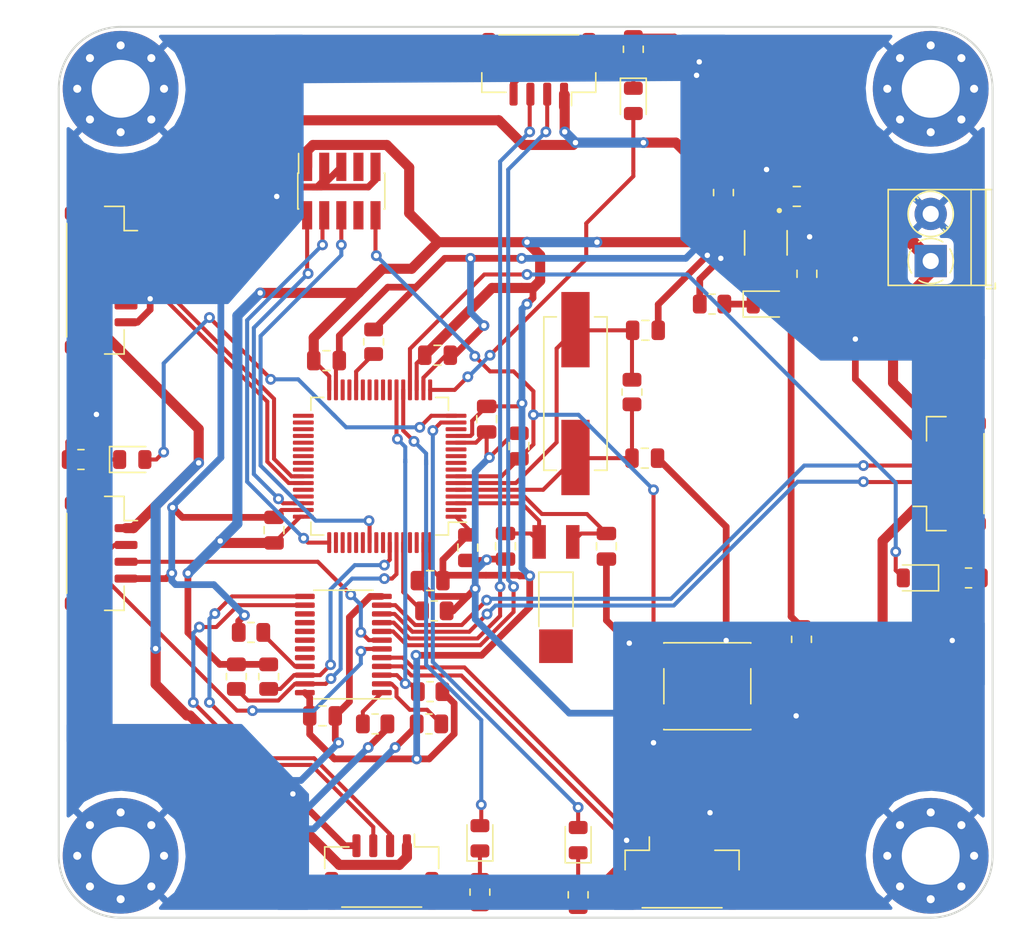
<source format=kicad_pcb>
(kicad_pcb (version 20171130) (host pcbnew "(5.1.9-0-10_14)")
  (title_block (date 2021-04-25))
  (layers (0 F.Cu mixed) (31 B.Cu mixed) (34 B.Paste user) (35 F.Paste user) (36 B.SilkS user) (37 F.SilkS user) (38 B.Mask user) (39 F.Mask user) (44 Edge.Cuts user))
  (net 0 "")
  (net 1 +5V)
  (net 2 +3V3)
  (net 3 /OSC_IN)
  (net 4 /OSC_OUT)
  (net 5 /OSC32_IN)
  (net 6 /OSC32_OUT)
  (net 7 /NRST)
  (net 8 /Forward_LED)
  (net 9 "Net-(D1-Pad1)")
  (net 10 /Left_LED)
  (net 11 "Net-(D2-Pad1)")
  (net 12 /Right_LED)
  (net 13 "Net-(D3-Pad1)")
  (net 14 /Upward_LED)
  (net 15 "Net-(D4-Pad1)")
  (net 16 /Rear_LED)
  (net 17 "Net-(D5-Pad1)")
  (net 18 "Net-(D6-Pad1)")
  (net 19 /Forward_SCL)
  (net 20 /Forward_SDA)
  (net 21 /Right_SCL)
  (net 22 /Right_SDA)
  (net 23 /Rear_SCL)
  (net 24 /Rear_SDA)
  (net 25 /Left_SCL)
  (net 26 /Left_SDA)
  (net 27 /Upward_SCL)
  (net 28 /Upward_SDA)
  (net 29 "Net-(J6-Pad8)")
  (net 30 "Net-(J6-Pad7)")
  (net 31 /SWO)
  (net 32 /SWCLK)
  (net 33 /SWDIO)
  (net 34 "Net-(J8-Pad5)")
  (net 35 "Net-(J8-Pad4)")
  (net 36 /UART1_RX)
  (net 37 /UART1_TX)
  (net 38 "Net-(J8-Pad1)")
  (net 39 /Master_Reset)
  (net 40 Master_SDA)
  (net 41 "Net-(R3-Pad1)")
  (net 42 "Net-(R4-Pad1)")
  (net 43 "Net-(R5-Pad1)")
  (net 44 Master_SCL)
  (net 45 /BOOT0)
  (net 46 /BOOT1)
  (net 47 "Net-(U1-Pad20)")
  (net 48 "Net-(U1-Pad19)")
  (net 49 "Net-(U1-Pad18)")
  (net 50 "Net-(U1-Pad17)")
  (net 51 "Net-(U1-Pad16)")
  (net 52 "Net-(U1-Pad15)")
  (net 53 "Net-(U2-Pad4)")
  (net 54 "Net-(U3-Pad62)")
  (net 55 "Net-(U3-Pad61)")
  (net 56 "Net-(U3-Pad57)")
  (net 57 "Net-(U3-Pad56)")
  (net 58 "Net-(U3-Pad54)")
  (net 59 "Net-(U3-Pad53)")
  (net 60 "Net-(U3-Pad52)")
  (net 61 "Net-(U3-Pad51)")
  (net 62 "Net-(U3-Pad50)")
  (net 63 "Net-(U3-Pad45)")
  (net 64 "Net-(U3-Pad44)")
  (net 65 "Net-(U3-Pad41)")
  (net 66 "Net-(U3-Pad40)")
  (net 67 "Net-(U3-Pad39)")
  (net 68 "Net-(U3-Pad38)")
  (net 69 "Net-(U3-Pad37)")
  (net 70 "Net-(U3-Pad36)")
  (net 71 "Net-(U3-Pad35)")
  (net 72 "Net-(U3-Pad34)")
  (net 73 "Net-(U3-Pad33)")
  (net 74 "Net-(U3-Pad30)")
  (net 75 "Net-(U3-Pad29)")
  (net 76 "Net-(U3-Pad27)")
  (net 77 "Net-(U3-Pad26)")
  (net 78 "Net-(U3-Pad25)")
  (net 79 "Net-(U3-Pad24)")
  (net 80 "Net-(U3-Pad23)")
  (net 81 "Net-(U3-Pad14)")
  (net 82 "Net-(U3-Pad11)")
  (net 83 "Net-(U3-Pad10)")
  (net 84 "Net-(U3-Pad9)")
  (net 85 "Net-(U3-Pad8)")
  (net 86 "Net-(U3-Pad2)")
  (net 87 GND)
  (module Capacitor_SMD:C_0805_2012Metric (layer F.Cu) (at 179.05 73 180)
    (fp_text reference C6)
    (fp_text value 1uF/X7R)
    (pad 2 smd roundrect (at 0.95 0 180) (size 1 1.45) (layers F.Cu F.Paste F.Mask) (net 87 GND))
    (pad 1 smd roundrect (at -0.95 0 180) (size 1 1.45) (layers F.Cu F.Paste F.Mask) (net 1 +5V))
  )
  (module Capacitor_SMD:C_0805_2012Metric (layer F.Cu) (at 140.2 97.8 90)
    (fp_text reference C11)
    (fp_text value 104)
    (pad 2 smd roundrect (at 0.95 0 90) (size 1 1.45) (layers F.Cu F.Paste F.Mask) (net 87 GND))
    (pad 1 smd roundrect (at -0.95 0 90) (size 1 1.45) (layers F.Cu F.Paste F.Mask) (net 2 +3V3))
  )
  (module Resistor_SMD:R_0805_2012Metric (layer F.Cu) (at 147.7125 112.2)
    (fp_text reference R5)
    (fp_text value 10k)
    (pad 1 smd roundrect (at -0.9125 0) (size 1.025 1.4) (layers F.Cu F.Paste F.Mask) (roundrect_rratio 0.2439014634146341) (net 43 "Net-(R5-Pad1)"))
    (pad 2 smd roundrect (at 0.9125 0) (size 1.025 1.4) (layers F.Cu F.Paste F.Mask) (roundrect_rratio 0.2439014634146341) (net 87 GND))
  )
  (module Lizhou_Lib:XTAL_AB26TRB-32.768KHZ-T (layer F.Cu) (at 161.15 102.55 90)
    (fp_text reference Y2)
    (fp_text value 32.768kHz)
    (pad 3 smd rect (at -3.875 0 90) (size 2.5 2.5) (layers F.Cu F.Paste F.Mask))
    (pad 1 smd rect (at 3.875 -1.25 90) (size 2.5 1) (layers F.Cu F.Paste F.Mask) (net 5 /OSC32_IN))
    (pad 2 smd rect (at 3.875 1.25 90) (size 2.5 1) (layers F.Cu F.Paste F.Mask) (net 6 /OSC32_OUT))
  )
  (module Lizhou_Lib:XTAL_ABLS-8.000MHZ-B2-T (layer F.Cu) (at 162.6 87.65 90)
    (fp_text reference Y1)
    (fp_text value 8MHz)
    (pad 1 smd rect (at -4.75 0 90) (size 5.6 2.1) (layers F.Cu F.Paste F.Mask) (net 3 /OSC_IN))
    (pad 2 smd rect (at 4.75 0 90) (size 5.6 2.1) (layers F.Cu F.Paste F.Mask) (net 4 /OSC_OUT))
  )
  (module Package_QFP:LQFP-64_10x10mm_P0.5mm (layer F.Cu) (at 148.05 93.05 180)
    (fp_text reference U3)
    (fp_text value STM32F103RCT6)
    (pad 64 smd roundrect (at -3.75 -5.675 180) (size 0.3 1.55) (layers F.Cu F.Paste F.Mask) (net 2 +3V3))
    (pad 63 smd roundrect (at -3.25 -5.675 180) (size 0.3 1.55) (layers F.Cu F.Paste F.Mask) (net 87 GND))
    (pad 62 smd roundrect (at -2.75 -5.675 180) (size 0.3 1.55) (layers F.Cu F.Paste F.Mask) (net 54 "Net-(U3-Pad62)"))
    (pad 61 smd roundrect (at -2.25 -5.675 180) (size 0.3 1.55) (layers F.Cu F.Paste F.Mask) (net 55 "Net-(U3-Pad61)"))
    (pad 60 smd roundrect (at -1.75 -5.675 180) (size 0.3 1.55) (layers F.Cu F.Paste F.Mask) (net 45 /BOOT0))
    (pad 59 smd roundrect (at -1.25 -5.675 180) (size 0.3 1.55) (layers F.Cu F.Paste F.Mask) (net 40 Master_SDA))
    (pad 58 smd roundrect (at -0.75 -5.675 180) (size 0.3 1.55) (layers F.Cu F.Paste F.Mask) (net 44 Master_SCL))
    (pad 57 smd roundrect (at -0.25 -5.675 180) (size 0.3 1.55) (layers F.Cu F.Paste F.Mask) (net 56 "Net-(U3-Pad57)"))
    (pad 56 smd roundrect (at 0.25 -5.675 180) (size 0.3 1.55) (layers F.Cu F.Paste F.Mask) (net 57 "Net-(U3-Pad56)"))
    (pad 55 smd roundrect (at 0.75 -5.675 180) (size 0.3 1.55) (layers F.Cu F.Paste F.Mask) (net 31 /SWO))
    (pad 54 smd roundrect (at 1.25 -5.675 180) (size 0.3 1.55) (layers F.Cu F.Paste F.Mask) (net 58 "Net-(U3-Pad54)"))
    (pad 53 smd roundrect (at 1.75 -5.675 180) (size 0.3 1.55) (layers F.Cu F.Paste F.Mask) (net 59 "Net-(U3-Pad53)"))
    (pad 52 smd roundrect (at 2.25 -5.675 180) (size 0.3 1.55) (layers F.Cu F.Paste F.Mask) (net 60 "Net-(U3-Pad52)"))
    (pad 51 smd roundrect (at 2.75 -5.675 180) (size 0.3 1.55) (layers F.Cu F.Paste F.Mask) (net 61 "Net-(U3-Pad51)"))
    (pad 50 smd roundrect (at 3.25 -5.675 180) (size 0.3 1.55) (layers F.Cu F.Paste F.Mask) (net 62 "Net-(U3-Pad50)"))
    (pad 49 smd roundrect (at 3.75 -5.675 180) (size 0.3 1.55) (layers F.Cu F.Paste F.Mask) (net 32 /SWCLK))
    (pad 48 smd roundrect (at 5.675 -3.75 180) (size 1.55 0.3) (layers F.Cu F.Paste F.Mask) (net 2 +3V3))
    (pad 47 smd roundrect (at 5.675 -3.25 180) (size 1.55 0.3) (layers F.Cu F.Paste F.Mask) (net 87 GND))
    (pad 46 smd roundrect (at 5.675 -2.75 180) (size 1.55 0.3) (layers F.Cu F.Paste F.Mask) (net 33 /SWDIO))
    (pad 45 smd roundrect (at 5.675 -2.25 180) (size 1.55 0.3) (layers F.Cu F.Paste F.Mask) (net 63 "Net-(U3-Pad45)"))
    (pad 44 smd roundrect (at 5.675 -1.75 180) (size 1.55 0.3) (layers F.Cu F.Paste F.Mask) (net 64 "Net-(U3-Pad44)"))
    (pad 43 smd roundrect (at 5.675 -1.25 180) (size 1.55 0.3) (layers F.Cu F.Paste F.Mask) (net 36 /UART1_RX))
    (pad 42 smd roundrect (at 5.675 -0.75 180) (size 1.55 0.3) (layers F.Cu F.Paste F.Mask) (net 37 /UART1_TX))
    (pad 41 smd roundrect (at 5.675 -0.25 180) (size 1.55 0.3) (layers F.Cu F.Paste F.Mask) (net 65 "Net-(U3-Pad41)"))
    (pad 40 smd roundrect (at 5.675 0.25 180) (size 1.55 0.3) (layers F.Cu F.Paste F.Mask) (net 66 "Net-(U3-Pad40)"))
    (pad 39 smd roundrect (at 5.675 0.75 180) (size 1.55 0.3) (layers F.Cu F.Paste F.Mask) (net 67 "Net-(U3-Pad39)"))
    (pad 38 smd roundrect (at 5.675 1.25 180) (size 1.55 0.3) (layers F.Cu F.Paste F.Mask) (net 68 "Net-(U3-Pad38)"))
    (pad 37 smd roundrect (at 5.675 1.75 180) (size 1.55 0.3) (layers F.Cu F.Paste F.Mask) (net 69 "Net-(U3-Pad37)"))
    (pad 36 smd roundrect (at 5.675 2.25 180) (size 1.55 0.3) (layers F.Cu F.Paste F.Mask) (net 70 "Net-(U3-Pad36)"))
    (pad 35 smd roundrect (at 5.675 2.75 180) (size 1.55 0.3) (layers F.Cu F.Paste F.Mask) (net 71 "Net-(U3-Pad35)"))
    (pad 34 smd roundrect (at 5.675 3.25 180) (size 1.55 0.3) (layers F.Cu F.Paste F.Mask) (net 72 "Net-(U3-Pad34)"))
    (pad 33 smd roundrect (at 5.675 3.75 180) (size 1.55 0.3) (layers F.Cu F.Paste F.Mask) (net 73 "Net-(U3-Pad33)"))
    (pad 32 smd roundrect (at 3.75 5.675 180) (size 0.3 1.55) (layers F.Cu F.Paste F.Mask) (net 2 +3V3))
    (pad 31 smd roundrect (at 3.25 5.675 180) (size 0.3 1.55) (layers F.Cu F.Paste F.Mask) (net 87 GND))
    (pad 30 smd roundrect (at 2.75 5.675 180) (size 0.3 1.55) (layers F.Cu F.Paste F.Mask) (net 74 "Net-(U3-Pad30)"))
    (pad 29 smd roundrect (at 2.25 5.675 180) (size 0.3 1.55) (layers F.Cu F.Paste F.Mask) (net 75 "Net-(U3-Pad29)"))
    (pad 28 smd roundrect (at 1.75 5.675 180) (size 0.3 1.55) (layers F.Cu F.Paste F.Mask) (net 46 /BOOT1))
    (pad 27 smd roundrect (at 1.25 5.675 180) (size 0.3 1.55) (layers F.Cu F.Paste F.Mask) (net 76 "Net-(U3-Pad27)"))
    (pad 26 smd roundrect (at 0.75 5.675 180) (size 0.3 1.55) (layers F.Cu F.Paste F.Mask) (net 77 "Net-(U3-Pad26)"))
    (pad 25 smd roundrect (at 0.25 5.675 180) (size 0.3 1.55) (layers F.Cu F.Paste F.Mask) (net 78 "Net-(U3-Pad25)"))
    (pad 24 smd roundrect (at -0.25 5.675 180) (size 0.3 1.55) (layers F.Cu F.Paste F.Mask) (net 79 "Net-(U3-Pad24)"))
    (pad 23 smd roundrect (at -0.75 5.675 180) (size 0.3 1.55) (layers F.Cu F.Paste F.Mask) (net 80 "Net-(U3-Pad23)"))
    (pad 22 smd roundrect (at -1.25 5.675 180) (size 0.3 1.55) (layers F.Cu F.Paste F.Mask) (net 39 /Master_Reset))
    (pad 21 smd roundrect (at -1.75 5.675 180) (size 0.3 1.55) (layers F.Cu F.Paste F.Mask) (net 14 /Upward_LED))
    (pad 20 smd roundrect (at -2.25 5.675 180) (size 0.3 1.55) (layers F.Cu F.Paste F.Mask) (net 10 /Left_LED))
    (pad 19 smd roundrect (at -2.75 5.675 180) (size 0.3 1.55) (layers F.Cu F.Paste F.Mask) (net 2 +3V3))
    (pad 18 smd roundrect (at -3.25 5.675 180) (size 0.3 1.55) (layers F.Cu F.Paste F.Mask) (net 87 GND))
    (pad 17 smd roundrect (at -3.75 5.675 180) (size 0.3 1.55) (layers F.Cu F.Paste F.Mask) (net 16 /Rear_LED))
    (pad 16 smd roundrect (at -5.675 3.75 180) (size 1.55 0.3) (layers F.Cu F.Paste F.Mask) (net 12 /Right_LED))
    (pad 15 smd roundrect (at -5.675 3.25 180) (size 1.55 0.3) (layers F.Cu F.Paste F.Mask) (net 8 /Forward_LED))
    (pad 14 smd roundrect (at -5.675 2.75 180) (size 1.55 0.3) (layers F.Cu F.Paste F.Mask) (net 81 "Net-(U3-Pad14)"))
    (pad 13 smd roundrect (at -5.675 2.25 180) (size 1.55 0.3) (layers F.Cu F.Paste F.Mask) (net 2 +3V3))
    (pad 12 smd roundrect (at -5.675 1.75 180) (size 1.55 0.3) (layers F.Cu F.Paste F.Mask) (net 87 GND))
    (pad 11 smd roundrect (at -5.675 1.25 180) (size 1.55 0.3) (layers F.Cu F.Paste F.Mask) (net 82 "Net-(U3-Pad11)"))
    (pad 10 smd roundrect (at -5.675 0.75 180) (size 1.55 0.3) (layers F.Cu F.Paste F.Mask) (net 83 "Net-(U3-Pad10)"))
    (pad 9 smd roundrect (at -5.675 0.25 180) (size 1.55 0.3) (layers F.Cu F.Paste F.Mask) (net 84 "Net-(U3-Pad9)"))
    (pad 8 smd roundrect (at -5.675 -0.25 180) (size 1.55 0.3) (layers F.Cu F.Paste F.Mask) (net 85 "Net-(U3-Pad8)"))
    (pad 7 smd roundrect (at -5.675 -0.75 180) (size 1.55 0.3) (layers F.Cu F.Paste F.Mask) (net 7 /NRST))
    (pad 6 smd roundrect (at -5.675 -1.25 180) (size 1.55 0.3) (layers F.Cu F.Paste F.Mask) (net 4 /OSC_OUT))
    (pad 5 smd roundrect (at -5.675 -1.75 180) (size 1.55 0.3) (layers F.Cu F.Paste F.Mask) (net 3 /OSC_IN))
    (pad 4 smd roundrect (at -5.675 -2.25 180) (size 1.55 0.3) (layers F.Cu F.Paste F.Mask) (net 6 /OSC32_OUT))
    (pad 3 smd roundrect (at -5.675 -2.75 180) (size 1.55 0.3) (layers F.Cu F.Paste F.Mask) (net 5 /OSC32_IN))
    (pad 2 smd roundrect (at -5.675 -3.25 180) (size 1.55 0.3) (layers F.Cu F.Paste F.Mask) (net 86 "Net-(U3-Pad2)"))
    (pad 1 smd roundrect (at -5.675 -3.75 180) (size 1.55 0.3) (layers F.Cu F.Paste F.Mask) (net 2 +3V3))
  )
  (module Lizhou_Lib:SOT94P279X129-5N (layer F.Cu) (at 176.75 76.45 270)
    (fp_text reference U2)
    (fp_text value RT9013)
    (pad 1 smd rect (at -1.245 -0.94 270) (size 1.22 0.65) (layers F.Cu F.Paste F.Mask) (net 1 +5V))
    (pad 2 smd rect (at -1.245 0 270) (size 1.22 0.65) (layers F.Cu F.Paste F.Mask) (net 87 GND))
    (pad 3 smd rect (at -1.245 0.94 270) (size 1.22 0.65) (layers F.Cu F.Paste F.Mask) (net 1 +5V))
    (pad 4 smd rect (at 1.245 0.94 270) (size 1.22 0.65) (layers F.Cu F.Paste F.Mask) (net 53 "Net-(U2-Pad4)"))
    (pad 5 smd rect (at 1.245 -0.94 270) (size 1.22 0.65) (layers F.Cu F.Paste F.Mask) (net 2 +3V3))
  )
  (module Package_SO:TSSOP-24_4.4x7.8mm_P0.65mm (layer F.Cu) (at 145.35 106.3 180)
    (fp_text reference U1)
    (fp_text value TCA9548APWR)
    (pad 1 smd roundrect (at -2.8625 -3.575 180) (size 1.475 0.4) (layers F.Cu F.Paste F.Mask) (net 43 "Net-(R5-Pad1)"))
    (pad 2 smd roundrect (at -2.8625 -2.925 180) (size 1.475 0.4) (layers F.Cu F.Paste F.Mask) (net 42 "Net-(R4-Pad1)"))
    (pad 3 smd roundrect (at -2.8625 -2.275 180) (size 1.475 0.4) (layers F.Cu F.Paste F.Mask) (net 39 /Master_Reset))
    (pad 4 smd roundrect (at -2.8625 -1.625 180) (size 1.475 0.4) (layers F.Cu F.Paste F.Mask) (net 20 /Forward_SDA))
    (pad 5 smd roundrect (at -2.8625 -0.975 180) (size 1.475 0.4) (layers F.Cu F.Paste F.Mask) (net 19 /Forward_SCL))
    (pad 6 smd roundrect (at -2.8625 -0.325 180) (size 1.475 0.4) (layers F.Cu F.Paste F.Mask) (net 22 /Right_SDA))
    (pad 7 smd roundrect (at -2.8625 0.325 180) (size 1.475 0.4) (layers F.Cu F.Paste F.Mask) (net 21 /Right_SCL))
    (pad 8 smd roundrect (at -2.8625 0.975 180) (size 1.475 0.4) (layers F.Cu F.Paste F.Mask) (net 24 /Rear_SDA))
    (pad 9 smd roundrect (at -2.8625 1.625 180) (size 1.475 0.4) (layers F.Cu F.Paste F.Mask) (net 23 /Rear_SCL))
    (pad 10 smd roundrect (at -2.8625 2.275 180) (size 1.475 0.4) (layers F.Cu F.Paste F.Mask) (net 26 /Left_SDA))
    (pad 11 smd roundrect (at -2.8625 2.925 180) (size 1.475 0.4) (layers F.Cu F.Paste F.Mask) (net 25 /Left_SCL))
    (pad 12 smd roundrect (at -2.8625 3.575 180) (size 1.475 0.4) (layers F.Cu F.Paste F.Mask) (net 87 GND))
    (pad 13 smd roundrect (at 2.8625 3.575 180) (size 1.475 0.4) (layers F.Cu F.Paste F.Mask) (net 28 /Upward_SDA))
    (pad 14 smd roundrect (at 2.8625 2.925 180) (size 1.475 0.4) (layers F.Cu F.Paste F.Mask) (net 27 /Upward_SCL))
    (pad 15 smd roundrect (at 2.8625 2.275 180) (size 1.475 0.4) (layers F.Cu F.Paste F.Mask) (net 52 "Net-(U1-Pad15)"))
    (pad 16 smd roundrect (at 2.8625 1.625 180) (size 1.475 0.4) (layers F.Cu F.Paste F.Mask) (net 51 "Net-(U1-Pad16)"))
    (pad 17 smd roundrect (at 2.8625 0.975 180) (size 1.475 0.4) (layers F.Cu F.Paste F.Mask) (net 50 "Net-(U1-Pad17)"))
    (pad 18 smd roundrect (at 2.8625 0.325 180) (size 1.475 0.4) (layers F.Cu F.Paste F.Mask) (net 49 "Net-(U1-Pad18)"))
    (pad 19 smd roundrect (at 2.8625 -0.325 180) (size 1.475 0.4) (layers F.Cu F.Paste F.Mask) (net 48 "Net-(U1-Pad19)"))
    (pad 20 smd roundrect (at 2.8625 -0.975 180) (size 1.475 0.4) (layers F.Cu F.Paste F.Mask) (net 47 "Net-(U1-Pad20)"))
    (pad 21 smd roundrect (at 2.8625 -1.625 180) (size 1.475 0.4) (layers F.Cu F.Paste F.Mask) (net 41 "Net-(R3-Pad1)"))
    (pad 22 smd roundrect (at 2.8625 -2.275 180) (size 1.475 0.4) (layers F.Cu F.Paste F.Mask) (net 44 Master_SCL))
    (pad 23 smd roundrect (at 2.8625 -2.925 180) (size 1.475 0.4) (layers F.Cu F.Paste F.Mask) (net 40 Master_SDA))
    (pad 24 smd roundrect (at 2.8625 -3.575 180) (size 1.475 0.4) (layers F.Cu F.Paste F.Mask) (net 2 +3V3))
  )
  (module Button_Switch_SMD:SW_Push_1P1T_NO_6x6mm_H9.5mm (layer F.Cu) (at 172.4 109.4)
    (fp_text reference SW1)
    (fp_text value SW_Push)
    (pad 2 smd rect (at -3.975 2.25) (size 1.55 1.3) (layers F.Cu F.Paste F.Mask) (net 87 GND))
    (pad 1 smd rect (at -3.975 -2.25) (size 1.55 1.3) (layers F.Cu F.Paste F.Mask) (net 7 /NRST))
    (pad 1 smd rect (at 3.975 -2.25) (size 1.55 1.3) (layers F.Cu F.Paste F.Mask) (net 7 /NRST))
    (pad 2 smd rect (at 3.975 2.25) (size 1.55 1.3) (layers F.Cu F.Paste F.Mask) (net 87 GND))
  )
  (module Resistor_SMD:R_0805_2012Metric (layer F.Cu) (at 172.75 81 180)
    (fp_text reference R16)
    (fp_text value 1k)
    (pad 2 smd roundrect (at 0.9125 0 180) (size 1.025 1.4) (layers F.Cu F.Paste F.Mask) (roundrect_rratio 0.2439014634146341) (net 87 GND))
    (pad 1 smd roundrect (at -0.9125 0 180) (size 1.025 1.4) (layers F.Cu F.Paste F.Mask) (roundrect_rratio 0.2439014634146341) (net 18 "Net-(D6-Pad1)"))
  )
  (module Resistor_SMD:R_0805_2012Metric (layer F.Cu) (at 166.9 62.0625 90)
    (fp_text reference R15)
    (fp_text value 1k)
    (pad 2 smd roundrect (at 0.9125 0 90) (size 1.025 1.4) (layers F.Cu F.Paste F.Mask) (roundrect_rratio 0.2439014634146341) (net 87 GND))
    (pad 1 smd roundrect (at -0.9125 0 90) (size 1.025 1.4) (layers F.Cu F.Paste F.Mask) (roundrect_rratio 0.2439014634146341) (net 17 "Net-(D5-Pad1)"))
  )
  (module Resistor_SMD:R_0805_2012Metric (layer F.Cu) (at 155.5 124.7 270)
    (fp_text reference R14)
    (fp_text value 1k)
    (pad 2 smd roundrect (at 0.9125 0 270) (size 1.025 1.4) (layers F.Cu F.Paste F.Mask) (roundrect_rratio 0.2439014634146341) (net 87 GND))
    (pad 1 smd roundrect (at -0.9125 0 270) (size 1.025 1.4) (layers F.Cu F.Paste F.Mask) (roundrect_rratio 0.2439014634146341) (net 15 "Net-(D4-Pad1)"))
  )
  (module Resistor_SMD:R_0805_2012Metric (layer F.Cu) (at 125.85 92.55 180)
    (fp_text reference R13)
    (fp_text value 1k)
    (pad 2 smd roundrect (at 0.9125 0 180) (size 1.025 1.4) (layers F.Cu F.Paste F.Mask) (roundrect_rratio 0.2439014634146341) (net 87 GND))
    (pad 1 smd roundrect (at -0.9125 0 180) (size 1.025 1.4) (layers F.Cu F.Paste F.Mask) (roundrect_rratio 0.2439014634146341) (net 13 "Net-(D3-Pad1)"))
  )
  (module Resistor_SMD:R_0805_2012Metric (layer F.Cu) (at 191.8125 101.35)
    (fp_text reference R12)
    (fp_text value 1k)
    (pad 2 smd roundrect (at 0.9125 0) (size 1.025 1.4) (layers F.Cu F.Paste F.Mask) (roundrect_rratio 0.2439014634146341) (net 87 GND))
    (pad 1 smd roundrect (at -0.9125 0) (size 1.025 1.4) (layers F.Cu F.Paste F.Mask) (roundrect_rratio 0.2439014634146341) (net 11 "Net-(D2-Pad1)"))
  )
  (module Resistor_SMD:R_0805_2012Metric (layer F.Cu) (at 162.8 124.9 270)
    (fp_text reference R11)
    (fp_text value 1k)
    (pad 2 smd roundrect (at 0.9125 0 270) (size 1.025 1.4) (layers F.Cu F.Paste F.Mask) (roundrect_rratio 0.2439014634146341) (net 87 GND))
    (pad 1 smd roundrect (at -0.9125 0 270) (size 1.025 1.4) (layers F.Cu F.Paste F.Mask) (roundrect_rratio 0.2439014634146341) (net 9 "Net-(D1-Pad1)"))
  )
  (module Resistor_SMD:R_0805_2012Metric (layer F.Cu) (at 147.6 83.8 90)
    (fp_text reference R10)
    (fp_text value 10k)
    (pad 2 smd roundrect (at 0.9125 0 90) (size 1.025 1.4) (layers F.Cu F.Paste F.Mask) (roundrect_rratio 0.2439014634146341) (net 87 GND))
    (pad 1 smd roundrect (at -0.9125 0 90) (size 1.025 1.4) (layers F.Cu F.Paste F.Mask) (roundrect_rratio 0.2439014634146341) (net 46 /BOOT1))
  )
  (module Resistor_SMD:R_0805_2012Metric (layer F.Cu) (at 152.1125 103.8)
    (fp_text reference R9)
    (fp_text value 10k)
    (pad 2 smd roundrect (at 0.9125 0) (size 1.025 1.4) (layers F.Cu F.Paste F.Mask) (roundrect_rratio 0.2439014634146341) (net 87 GND))
    (pad 1 smd roundrect (at -0.9125 0) (size 1.025 1.4) (layers F.Cu F.Paste F.Mask) (roundrect_rratio 0.2439014634146341) (net 45 /BOOT0))
  )
  (module Resistor_SMD:R_0805_2012Metric (layer F.Cu) (at 166.8 87.5375 90)
    (fp_text reference R8)
    (fp_text value 1M)
    (pad 2 smd roundrect (at 0.9125 0 90) (size 1.025 1.4) (layers F.Cu F.Paste F.Mask) (roundrect_rratio 0.2439014634146341) (net 4 /OSC_OUT))
    (pad 1 smd roundrect (at -0.9125 0 90) (size 1.025 1.4) (layers F.Cu F.Paste F.Mask) (roundrect_rratio 0.2439014634146341) (net 3 /OSC_IN))
  )
  (module Resistor_SMD:R_0805_2012Metric (layer F.Cu) (at 179.4 105.9125 270)
    (fp_text reference R7)
    (fp_text value 10k)
    (pad 1 smd roundrect (at -0.9125 0 270) (size 1.025 1.4) (layers F.Cu F.Paste F.Mask) (roundrect_rratio 0.2439014634146341) (net 2 +3V3))
    (pad 2 smd roundrect (at 0.9125 0 270) (size 1.025 1.4) (layers F.Cu F.Paste F.Mask) (roundrect_rratio 0.2439014634146341) (net 7 /NRST))
  )
  (module Resistor_SMD:R_0805_2012Metric (layer F.Cu) (at 139.8 108.6875 270)
    (fp_text reference R6)
    (fp_text value 10k)
    (pad 1 smd roundrect (at -0.9125 0 270) (size 1.025 1.4) (layers F.Cu F.Paste F.Mask) (roundrect_rratio 0.2439014634146341) (net 2 +3V3))
    (pad 2 smd roundrect (at 0.9125 0 270) (size 1.025 1.4) (layers F.Cu F.Paste F.Mask) (roundrect_rratio 0.2439014634146341) (net 44 Master_SCL))
  )
  (module Resistor_SMD:R_0805_2012Metric (layer F.Cu) (at 151.7125 112.2 180)
    (fp_text reference R4)
    (fp_text value 10k)
    (pad 1 smd roundrect (at -0.9125 0 180) (size 1.025 1.4) (layers F.Cu F.Paste F.Mask) (roundrect_rratio 0.2439014634146341) (net 42 "Net-(R4-Pad1)"))
    (pad 2 smd roundrect (at 0.9125 0 180) (size 1.025 1.4) (layers F.Cu F.Paste F.Mask) (roundrect_rratio 0.2439014634146341) (net 87 GND))
  )
  (module Resistor_SMD:R_0805_2012Metric (layer F.Cu) (at 138.4875 105.4 180)
    (fp_text reference R3)
    (fp_text value 10k)
    (pad 1 smd roundrect (at -0.9125 0 180) (size 1.025 1.4) (layers F.Cu F.Paste F.Mask) (roundrect_rratio 0.2439014634146341) (net 41 "Net-(R3-Pad1)"))
    (pad 2 smd roundrect (at 0.9125 0 180) (size 1.025 1.4) (layers F.Cu F.Paste F.Mask) (roundrect_rratio 0.2439014634146341) (net 87 GND))
  )
  (module Resistor_SMD:R_0805_2012Metric (layer F.Cu) (at 137.4 108.6875 270)
    (fp_text reference R2)
    (fp_text value 10k)
    (pad 1 smd roundrect (at -0.9125 0 270) (size 1.025 1.4) (layers F.Cu F.Paste F.Mask) (roundrect_rratio 0.2439014634146341) (net 2 +3V3))
    (pad 2 smd roundrect (at 0.9125 0 270) (size 1.025 1.4) (layers F.Cu F.Paste F.Mask) (roundrect_rratio 0.2439014634146341) (net 40 Master_SDA))
  )
  (module Resistor_SMD:R_0805_2012Metric (layer F.Cu) (at 151.8 109.8 180)
    (fp_text reference R1)
    (fp_text value 10k)
    (pad 1 smd roundrect (at -0.9125 0 180) (size 1.025 1.4) (layers F.Cu F.Paste F.Mask) (roundrect_rratio 0.2439014634146341) (net 2 +3V3))
    (pad 2 smd roundrect (at 0.9125 0 180) (size 1.025 1.4) (layers F.Cu F.Paste F.Mask) (roundrect_rratio 0.2439014634146341) (net 39 /Master_Reset))
  )
  (module Connector_JST:JST_GH_SM06B-GHS-TB_1x06-1MP_P1.25mm_Horizontal (layer F.Cu) (at 127.35 79.225 270)
    (fp_text reference J8)
    (fp_text value Conn_01x06)
    (pad MP smd roundrect (at 4.975 1.35 270) (size 1 2.7) (layers F.Cu F.Paste F.Mask))
    (pad MP smd roundrect (at -4.975 1.35 270) (size 1 2.7) (layers F.Cu F.Paste F.Mask))
    (pad 6 smd roundrect (at 3.125 -1.85 270) (size 0.6 1.7) (layers F.Cu F.Paste F.Mask) (net 87 GND))
    (pad 5 smd roundrect (at 1.875 -1.85 270) (size 0.6 1.7) (layers F.Cu F.Paste F.Mask) (net 34 "Net-(J8-Pad5)"))
    (pad 4 smd roundrect (at 0.625 -1.85 270) (size 0.6 1.7) (layers F.Cu F.Paste F.Mask) (net 35 "Net-(J8-Pad4)"))
    (pad 3 smd roundrect (at -0.625 -1.85 270) (size 0.6 1.7) (layers F.Cu F.Paste F.Mask) (net 36 /UART1_RX))
    (pad 2 smd roundrect (at -1.875 -1.85 270) (size 0.6 1.7) (layers F.Cu F.Paste F.Mask) (net 37 /UART1_TX))
    (pad 1 smd roundrect (at -3.125 -1.85 270) (size 0.6 1.7) (layers F.Cu F.Paste F.Mask) (net 38 "Net-(J8-Pad1)"))
  )
  (module TerminalBlock_Phoenix:TerminalBlock_Phoenix_PT-1,5-2-3.5-H_1x02_P3.50mm_Horizontal (layer F.Cu) (at 189 77.8 90)
    (fp_text reference J7)
    (fp_text value Power)
    (pad 2 thru_hole circle (at 3.5 0 90) (size 2.4 2.4) (drill 1.2) (layers *.Cu *.Mask) (net 87 GND))
    (pad 1 thru_hole rect (at 0 0 90) (size 2.4 2.4) (drill 1.2) (layers *.Cu *.Mask) (net 1 +5V))
  )
  (module Connector_PinSocket_1.27mm:PinSocket_2x05_P1.27mm_Vertical_SMD (layer F.Cu) (at 145.2 72.6 90)
    (fp_text reference J6)
    (fp_text value SWD)
    (pad 10 smd rect (at -1.8 2.54 90) (size 2.1 0.75) (layers F.Cu F.Paste F.Mask) (net 7 /NRST))
    (pad 9 smd rect (at 1.8 2.54 90) (size 2.1 0.75) (layers F.Cu F.Paste F.Mask) (net 87 GND))
    (pad 8 smd rect (at -1.8 1.27 90) (size 2.1 0.75) (layers F.Cu F.Paste F.Mask) (net 29 "Net-(J6-Pad8)"))
    (pad 7 smd rect (at 1.8 1.27 90) (size 2.1 0.75) (layers F.Cu F.Paste F.Mask) (net 30 "Net-(J6-Pad7)"))
    (pad 6 smd rect (at -1.8 0 90) (size 2.1 0.75) (layers F.Cu F.Paste F.Mask) (net 31 /SWO))
    (pad 5 smd rect (at 1.8 0 90) (size 2.1 0.75) (layers F.Cu F.Paste F.Mask) (net 87 GND))
    (pad 4 smd rect (at -1.8 -1.27 90) (size 2.1 0.75) (layers F.Cu F.Paste F.Mask) (net 32 /SWCLK))
    (pad 3 smd rect (at 1.8 -1.27 90) (size 2.1 0.75) (layers F.Cu F.Paste F.Mask) (net 87 GND))
    (pad 2 smd rect (at -1.8 -2.54 90) (size 2.1 0.75) (layers F.Cu F.Paste F.Mask) (net 33 /SWDIO))
    (pad 1 smd rect (at 1.8 -2.54 90) (size 2.1 0.75) (layers F.Cu F.Paste F.Mask) (net 2 +3V3))
  )
  (module Connector_JST:JST_GH_BM04B-GHS-TBT_1x04-1MP_P1.25mm_Vertical (layer F.Cu) (at 148.2 123.2 180)
    (fp_text reference J5)
    (fp_text value Conn_01x04)
    (pad MP smd roundrect (at 3.725 -1.4 180) (size 1 2.8) (layers F.Cu F.Paste F.Mask))
    (pad MP smd roundrect (at -3.725 -1.4 180) (size 1 2.8) (layers F.Cu F.Paste F.Mask))
    (pad 4 smd roundrect (at 1.875 1.95 180) (size 0.6 1.7) (layers F.Cu F.Paste F.Mask) (net 87 GND))
    (pad 3 smd roundrect (at 0.625 1.95 180) (size 0.6 1.7) (layers F.Cu F.Paste F.Mask) (net 27 /Upward_SCL))
    (pad 2 smd roundrect (at -0.625 1.95 180) (size 0.6 1.7) (layers F.Cu F.Paste F.Mask) (net 28 /Upward_SDA))
    (pad 1 smd roundrect (at -1.875 1.95 180) (size 0.6 1.7) (layers F.Cu F.Paste F.Mask) (net 1 +5V))
  )
  (module Connector_JST:JST_GH_SM04B-GHS-TB_1x04-1MP_P1.25mm_Horizontal (layer F.Cu) (at 190.4 93.6 90)
    (fp_text reference J4)
    (fp_text value Conn_01x04)
    (pad MP smd roundrect (at 3.725 1.35 90) (size 1 2.7) (layers F.Cu F.Paste F.Mask))
    (pad MP smd roundrect (at -3.725 1.35 90) (size 1 2.7) (layers F.Cu F.Paste F.Mask))
    (pad 4 smd roundrect (at 1.875 -1.85 90) (size 0.6 1.7) (layers F.Cu F.Paste F.Mask) (net 87 GND))
    (pad 3 smd roundrect (at 0.625 -1.85 90) (size 0.6 1.7) (layers F.Cu F.Paste F.Mask) (net 25 /Left_SCL))
    (pad 2 smd roundrect (at -0.625 -1.85 90) (size 0.6 1.7) (layers F.Cu F.Paste F.Mask) (net 26 /Left_SDA))
    (pad 1 smd roundrect (at -1.875 -1.85 90) (size 0.6 1.7) (layers F.Cu F.Paste F.Mask) (net 1 +5V))
  )
  (module Connector_JST:JST_GH_SM04B-GHS-TB_1x04-1MP_P1.25mm_Horizontal (layer F.Cu) (at 159.875 63.55 180)
    (fp_text reference J3)
    (fp_text value Conn_01x04)
    (pad MP smd roundrect (at 3.725 1.35 180) (size 1 2.7) (layers F.Cu F.Paste F.Mask))
    (pad MP smd roundrect (at -3.725 1.35 180) (size 1 2.7) (layers F.Cu F.Paste F.Mask))
    (pad 4 smd roundrect (at 1.875 -1.85 180) (size 0.6 1.7) (layers F.Cu F.Paste F.Mask) (net 87 GND))
    (pad 3 smd roundrect (at 0.625 -1.85 180) (size 0.6 1.7) (layers F.Cu F.Paste F.Mask) (net 23 /Rear_SCL))
    (pad 2 smd roundrect (at -0.625 -1.85 180) (size 0.6 1.7) (layers F.Cu F.Paste F.Mask) (net 24 /Rear_SDA))
    (pad 1 smd roundrect (at -1.875 -1.85 180) (size 0.6 1.7) (layers F.Cu F.Paste F.Mask) (net 1 +5V))
  )
  (module Connector_JST:JST_GH_SM04B-GHS-TB_1x04-1MP_P1.25mm_Horizontal (layer F.Cu) (at 127.35 99.525 270)
    (fp_text reference J2)
    (fp_text value Conn_01x04)
    (pad MP smd roundrect (at 3.725 1.35 270) (size 1 2.7) (layers F.Cu F.Paste F.Mask))
    (pad MP smd roundrect (at -3.725 1.35 270) (size 1 2.7) (layers F.Cu F.Paste F.Mask))
    (pad 4 smd roundrect (at 1.875 -1.85 270) (size 0.6 1.7) (layers F.Cu F.Paste F.Mask) (net 87 GND))
    (pad 3 smd roundrect (at 0.625 -1.85 270) (size 0.6 1.7) (layers F.Cu F.Paste F.Mask) (net 21 /Right_SCL))
    (pad 2 smd roundrect (at -0.625 -1.85 270) (size 0.6 1.7) (layers F.Cu F.Paste F.Mask) (net 22 /Right_SDA))
    (pad 1 smd roundrect (at -1.875 -1.85 270) (size 0.6 1.7) (layers F.Cu F.Paste F.Mask) (net 1 +5V))
  )
  (module Connector_JST:JST_GH_SM04B-GHS-TB_1x04-1MP_P1.25mm_Horizontal (layer F.Cu) (at 170.525 123.3)
    (fp_text reference J1)
    (fp_text value Conn_01x04)
    (pad MP smd roundrect (at 3.725 1.35) (size 1 2.7) (layers F.Cu F.Paste F.Mask))
    (pad MP smd roundrect (at -3.725 1.35) (size 1 2.7) (layers F.Cu F.Paste F.Mask))
    (pad 4 smd roundrect (at 1.875 -1.85) (size 0.6 1.7) (layers F.Cu F.Paste F.Mask) (net 87 GND))
    (pad 3 smd roundrect (at 0.625 -1.85) (size 0.6 1.7) (layers F.Cu F.Paste F.Mask) (net 19 /Forward_SCL))
    (pad 2 smd roundrect (at -0.625 -1.85) (size 0.6 1.7) (layers F.Cu F.Paste F.Mask) (net 20 /Forward_SDA))
    (pad 1 smd roundrect (at -1.875 -1.85) (size 0.6 1.7) (layers F.Cu F.Paste F.Mask) (net 1 +5V))
  )
  (module LED_SMD:LED_0805_2012Metric (layer F.Cu) (at 176.75 81)
    (fp_text reference D6)
    (fp_text value LED_RED)
    (pad 2 smd roundrect (at 0.9375 0) (size 0.975 1.4) (layers F.Cu F.Paste F.Mask) (net 2 +3V3))
    (pad 1 smd roundrect (at -0.9375 0) (size 0.975 1.4) (layers F.Cu F.Paste F.Mask) (net 18 "Net-(D6-Pad1)"))
  )
  (module LED_SMD:LED_0805_2012Metric (layer F.Cu) (at 166.9 65.9 270)
    (fp_text reference D5)
    (fp_text value LED_GREEN)
    (pad 2 smd roundrect (at 0.9375 0 270) (size 0.975 1.4) (layers F.Cu F.Paste F.Mask) (net 16 /Rear_LED))
    (pad 1 smd roundrect (at -0.9375 0 270) (size 0.975 1.4) (layers F.Cu F.Paste F.Mask) (net 17 "Net-(D5-Pad1)"))
  )
  (module LED_SMD:LED_0805_2012Metric (layer F.Cu) (at 155.5 120.7 90)
    (fp_text reference D4)
    (fp_text value LED_GREEN)
    (pad 2 smd roundrect (at 0.9375 0 90) (size 0.975 1.4) (layers F.Cu F.Paste F.Mask) (net 14 /Upward_LED))
    (pad 1 smd roundrect (at -0.9375 0 90) (size 0.975 1.4) (layers F.Cu F.Paste F.Mask) (net 15 "Net-(D4-Pad1)"))
  )
  (module LED_SMD:LED_0805_2012Metric (layer F.Cu) (at 129.6625 92.55)
    (fp_text reference D3)
    (fp_text value LED_GREEN)
    (pad 2 smd roundrect (at 0.9375 0) (size 0.975 1.4) (layers F.Cu F.Paste F.Mask) (net 12 /Right_LED))
    (pad 1 smd roundrect (at -0.9375 0) (size 0.975 1.4) (layers F.Cu F.Paste F.Mask) (net 13 "Net-(D3-Pad1)"))
  )
  (module LED_SMD:LED_0805_2012Metric (layer F.Cu) (at 187.9 101.35 180)
    (fp_text reference D2)
    (fp_text value LED_GREEN)
    (pad 2 smd roundrect (at 0.9375 0 180) (size 0.975 1.4) (layers F.Cu F.Paste F.Mask) (net 10 /Left_LED))
    (pad 1 smd roundrect (at -0.9375 0 180) (size 0.975 1.4) (layers F.Cu F.Paste F.Mask) (net 11 "Net-(D2-Pad1)"))
  )
  (module LED_SMD:LED_0805_2012Metric (layer F.Cu) (at 162.8 120.8375 90)
    (fp_text reference D1)
    (fp_text value LED_GREEN)
    (pad 2 smd roundrect (at 0.9375 0 90) (size 0.975 1.4) (layers F.Cu F.Paste F.Mask) (net 8 /Forward_LED))
    (pad 1 smd roundrect (at -0.9375 0 90) (size 0.975 1.4) (layers F.Cu F.Paste F.Mask) (net 9 "Net-(D1-Pad1)"))
  )
  (module Capacitor_SMD:C_0805_2012Metric (layer F.Cu) (at 154.6 99.1 270)
    (fp_text reference C14)
    (fp_text value 104)
    (pad 2 smd roundrect (at 0.95 0 270) (size 1 1.45) (layers F.Cu F.Paste F.Mask) (net 87 GND))
    (pad 1 smd roundrect (at -0.95 0 270) (size 1 1.45) (layers F.Cu F.Paste F.Mask) (net 2 +3V3))
  )
  (module Capacitor_SMD:C_0805_2012Metric (layer F.Cu) (at 151.8 101.55 180)
    (fp_text reference C13)
    (fp_text value 104)
    (pad 2 smd roundrect (at 0.95 0 180) (size 1 1.45) (layers F.Cu F.Paste F.Mask) (net 87 GND))
    (pad 1 smd roundrect (at -0.95 0 180) (size 1 1.45) (layers F.Cu F.Paste F.Mask) (net 2 +3V3))
  )
  (module Capacitor_SMD:C_0805_2012Metric (layer F.Cu) (at 144.1 85.2)
    (fp_text reference C12)
    (fp_text value 104)
    (pad 2 smd roundrect (at 0.95 0) (size 1 1.45) (layers F.Cu F.Paste F.Mask) (net 87 GND))
    (pad 1 smd roundrect (at -0.95 0) (size 1 1.45) (layers F.Cu F.Paste F.Mask) (net 2 +3V3))
  )
  (module Capacitor_SMD:C_0805_2012Metric (layer F.Cu) (at 156 89.55 270)
    (fp_text reference C10)
    (fp_text value 104)
    (pad 2 smd roundrect (at 0.95 0 270) (size 1 1.45) (layers F.Cu F.Paste F.Mask) (net 87 GND))
    (pad 1 smd roundrect (at -0.95 0 270) (size 1 1.45) (layers F.Cu F.Paste F.Mask) (net 2 +3V3))
  )
  (module Capacitor_SMD:C_0805_2012Metric (layer F.Cu) (at 152.35 84.8)
    (fp_text reference C9)
    (fp_text value 104)
    (pad 2 smd roundrect (at 0.95 0) (size 1 1.45) (layers F.Cu F.Paste F.Mask) (net 87 GND))
    (pad 1 smd roundrect (at -0.95 0) (size 1 1.45) (layers F.Cu F.Paste F.Mask) (net 2 +3V3))
  )
  (module Capacitor_SMD:C_0805_2012Metric (layer F.Cu) (at 179.8 78.75 90)
    (fp_text reference C8)
    (fp_text value 1uF/X7R)
    (pad 2 smd roundrect (at 0.95 0 90) (size 1 1.45) (layers F.Cu F.Paste F.Mask) (net 87 GND))
    (pad 1 smd roundrect (at -0.95 0 90) (size 1 1.45) (layers F.Cu F.Paste F.Mask) (net 2 +3V3))
  )
  (module Capacitor_SMD:C_0805_2012Metric (layer F.Cu) (at 158.4 91.55 90)
    (fp_text reference C7)
    (fp_text value 104)
    (pad 2 smd roundrect (at 0.95 0 90) (size 1 1.45) (layers F.Cu F.Paste F.Mask) (net 87 GND))
    (pad 1 smd roundrect (at -0.95 0 90) (size 1 1.45) (layers F.Cu F.Paste F.Mask) (net 7 /NRST))
  )
  (module Capacitor_SMD:C_0805_2012Metric (layer F.Cu) (at 164.9 99 270)
    (fp_text reference C5)
    (fp_text value 12pF)
    (pad 2 smd roundrect (at 0.95 0 270) (size 1 1.45) (layers F.Cu F.Paste F.Mask) (net 87 GND))
    (pad 1 smd roundrect (at -0.95 0 270) (size 1 1.45) (layers F.Cu F.Paste F.Mask) (net 6 /OSC32_OUT))
  )
  (module Capacitor_SMD:C_0805_2012Metric (layer F.Cu) (at 157.4 99 270)
    (fp_text reference C4)
    (fp_text value 12pF)
    (pad 2 smd roundrect (at 0.95 0 270) (size 1 1.45) (layers F.Cu F.Paste F.Mask) (net 87 GND))
    (pad 1 smd roundrect (at -0.95 0 270) (size 1 1.45) (layers F.Cu F.Paste F.Mask) (net 5 /OSC32_IN))
  )
  (module Capacitor_SMD:C_0805_2012Metric (layer F.Cu) (at 167.8 82.95)
    (fp_text reference C3)
    (fp_text value 12pF)
    (pad 2 smd roundrect (at 0.95 0) (size 1 1.45) (layers F.Cu F.Paste F.Mask) (net 87 GND))
    (pad 1 smd roundrect (at -0.95 0) (size 1 1.45) (layers F.Cu F.Paste F.Mask) (net 4 /OSC_OUT))
  )
  (module Capacitor_SMD:C_0805_2012Metric (layer F.Cu) (at 167.75 92.45)
    (fp_text reference C2)
    (fp_text value 12pF)
    (pad 2 smd roundrect (at 0.95 0) (size 1 1.45) (layers F.Cu F.Paste F.Mask) (net 87 GND))
    (pad 1 smd roundrect (at -0.95 0) (size 1 1.45) (layers F.Cu F.Paste F.Mask) (net 3 /OSC_IN))
  )
  (module Capacitor_SMD:C_0805_2012Metric (layer F.Cu) (at 143.8 111.6)
    (fp_text reference C1)
    (fp_text value 10uF)
    (pad 1 smd roundrect (at -0.95 0) (size 1 1.45) (layers F.Cu F.Paste F.Mask) (net 2 +3V3))
    (pad 2 smd roundrect (at 0.95 0) (size 1 1.45) (layers F.Cu F.Paste F.Mask) (net 87 GND))
  )
  (module Resistor_SMD:R_0805_2012Metric (layer F.Cu) (at 173.6 72.7125 90)
    (fp_text reference R17)
    (fp_text value 100k)
    (pad 1 smd roundrect (at -0.9125 0 90) (size 1.025 1.4) (layers F.Cu F.Paste F.Mask) (roundrect_rratio 0.2439014634146341) (net 1 +5V))
    (pad 2 smd roundrect (at 0.9125 0 90) (size 1.025 1.4) (layers F.Cu F.Paste F.Mask) (roundrect_rratio 0.2439014634146341) (net 87 GND))
  )
  (module MountingHole:MountingHole_4.3mm_M4_Pad_Via (layer F.Cu) (at 189 65)
    (fp_text reference H1)
    (fp_text value MountingHole_Pad)
    (pad 1 thru_hole circle (at 2.280419 -2.280419) (size 0.9 0.9) (drill 0.6) (layers *.Cu *.Mask) (net 87 GND))
    (pad 1 thru_hole circle (at 0 -3.225) (size 0.9 0.9) (drill 0.6) (layers *.Cu *.Mask) (net 87 GND))
    (pad 1 thru_hole circle (at -2.280419 -2.280419) (size 0.9 0.9) (drill 0.6) (layers *.Cu *.Mask) (net 87 GND))
    (pad 1 thru_hole circle (at -3.225 0) (size 0.9 0.9) (drill 0.6) (layers *.Cu *.Mask) (net 87 GND))
    (pad 1 thru_hole circle (at -2.280419 2.280419) (size 0.9 0.9) (drill 0.6) (layers *.Cu *.Mask) (net 87 GND))
    (pad 1 thru_hole circle (at 0 3.225) (size 0.9 0.9) (drill 0.6) (layers *.Cu *.Mask) (net 87 GND))
    (pad 1 thru_hole circle (at 2.280419 2.280419) (size 0.9 0.9) (drill 0.6) (layers *.Cu *.Mask) (net 87 GND))
    (pad 1 thru_hole circle (at 3.225 0) (size 0.9 0.9) (drill 0.6) (layers *.Cu *.Mask) (net 87 GND))
    (pad 1 thru_hole circle (at 0 0) (size 8.6 8.6) (drill 4.3) (layers *.Cu *.Mask) (net 87 GND))
  )
  (module MountingHole:MountingHole_4.3mm_M4_Pad_Via (layer F.Cu) (at 189 122)
    (fp_text reference H2)
    (fp_text value MountingHole_Pad)
    (pad 1 thru_hole circle (at 0 0) (size 8.6 8.6) (drill 4.3) (layers *.Cu *.Mask) (net 87 GND))
    (pad 1 thru_hole circle (at 3.225 0) (size 0.9 0.9) (drill 0.6) (layers *.Cu *.Mask) (net 87 GND))
    (pad 1 thru_hole circle (at 2.280419 2.280419) (size 0.9 0.9) (drill 0.6) (layers *.Cu *.Mask) (net 87 GND))
    (pad 1 thru_hole circle (at 0 3.225) (size 0.9 0.9) (drill 0.6) (layers *.Cu *.Mask) (net 87 GND))
    (pad 1 thru_hole circle (at -2.280419 2.280419) (size 0.9 0.9) (drill 0.6) (layers *.Cu *.Mask) (net 87 GND))
    (pad 1 thru_hole circle (at -3.225 0) (size 0.9 0.9) (drill 0.6) (layers *.Cu *.Mask) (net 87 GND))
    (pad 1 thru_hole circle (at -2.280419 -2.280419) (size 0.9 0.9) (drill 0.6) (layers *.Cu *.Mask) (net 87 GND))
    (pad 1 thru_hole circle (at 0 -3.225) (size 0.9 0.9) (drill 0.6) (layers *.Cu *.Mask) (net 87 GND))
    (pad 1 thru_hole circle (at 2.280419 -2.280419) (size 0.9 0.9) (drill 0.6) (layers *.Cu *.Mask) (net 87 GND))
  )
  (module MountingHole:MountingHole_4.3mm_M4_Pad_Via (layer F.Cu) (at 128.8 65)
    (fp_text reference H3)
    (fp_text value MountingHole_Pad)
    (pad 1 thru_hole circle (at 2.280419 -2.280419) (size 0.9 0.9) (drill 0.6) (layers *.Cu *.Mask) (net 87 GND))
    (pad 1 thru_hole circle (at 0 -3.225) (size 0.9 0.9) (drill 0.6) (layers *.Cu *.Mask) (net 87 GND))
    (pad 1 thru_hole circle (at -2.280419 -2.280419) (size 0.9 0.9) (drill 0.6) (layers *.Cu *.Mask) (net 87 GND))
    (pad 1 thru_hole circle (at -3.225 0) (size 0.9 0.9) (drill 0.6) (layers *.Cu *.Mask) (net 87 GND))
    (pad 1 thru_hole circle (at -2.280419 2.280419) (size 0.9 0.9) (drill 0.6) (layers *.Cu *.Mask) (net 87 GND))
    (pad 1 thru_hole circle (at 0 3.225) (size 0.9 0.9) (drill 0.6) (layers *.Cu *.Mask) (net 87 GND))
    (pad 1 thru_hole circle (at 2.280419 2.280419) (size 0.9 0.9) (drill 0.6) (layers *.Cu *.Mask) (net 87 GND))
    (pad 1 thru_hole circle (at 3.225 0) (size 0.9 0.9) (drill 0.6) (layers *.Cu *.Mask) (net 87 GND))
    (pad 1 thru_hole circle (at 0 0) (size 8.6 8.6) (drill 4.3) (layers *.Cu *.Mask) (net 87 GND))
  )
  (module MountingHole:MountingHole_4.3mm_M4_Pad_Via (layer F.Cu) (at 128.8 122)
    (fp_text reference H4)
    (fp_text value MountingHole_Pad)
    (pad 1 thru_hole circle (at 0 0) (size 8.6 8.6) (drill 4.3) (layers *.Cu *.Mask) (net 87 GND))
    (pad 1 thru_hole circle (at 3.225 0) (size 0.9 0.9) (drill 0.6) (layers *.Cu *.Mask) (net 87 GND))
    (pad 1 thru_hole circle (at 2.280419 2.280419) (size 0.9 0.9) (drill 0.6) (layers *.Cu *.Mask) (net 87 GND))
    (pad 1 thru_hole circle (at 0 3.225) (size 0.9 0.9) (drill 0.6) (layers *.Cu *.Mask) (net 87 GND))
    (pad 1 thru_hole circle (at -2.280419 2.280419) (size 0.9 0.9) (drill 0.6) (layers *.Cu *.Mask) (net 87 GND))
    (pad 1 thru_hole circle (at -3.225 0) (size 0.9 0.9) (drill 0.6) (layers *.Cu *.Mask) (net 87 GND))
    (pad 1 thru_hole circle (at -2.280419 -2.280419) (size 0.9 0.9) (drill 0.6) (layers *.Cu *.Mask) (net 87 GND))
    (pad 1 thru_hole circle (at 0 -3.225) (size 0.9 0.9) (drill 0.6) (layers *.Cu *.Mask) (net 87 GND))
    (pad 1 thru_hole circle (at 2.280419 -2.280419) (size 0.9 0.9) (drill 0.6) (layers *.Cu *.Mask) (net 87 GND))
  )
  (gr_arc (start 189 122) (end 189 126.6) (angle -90) (layer Edge.Cuts) (width 0.15))
  (gr_arc (start 128.8 122) (end 124.2 122) (angle -89.98954975) (layer Edge.Cuts) (width 0.15))
  (gr_arc (start 128.8 65) (end 128.8 60.4) (angle -90) (layer Edge.Cuts) (width 0.15))
  (gr_arc (start 189 65) (end 193.6 65) (angle -90) (layer Edge.Cuts) (width 0.15))
  (gr_line (start 128.8 60.4) (end 189 60.4) (layer Edge.Cuts) (width 0.15))
  (gr_line (start 193.6 122) (end 193.6 65) (layer Edge.Cuts) (width 0.15))
  (gr_line (start 128.8 126.6) (end 189 126.6) (layer Edge.Cuts) (width 0.15))
  (gr_line (start 124.2 65) (end 124.2 122) (layer Edge.Cuts) (width 0.15))
  (segment (start 177.795 75.205) (end 180 73) (width 0.5) (layer F.Cu) (net 1))
  (segment (start 177.69 75.205) (end 177.795 75.205) (width 0.5) (layer F.Cu) (net 1))
  (segment (start 161.75 65.4) (end 161.75 66.35) (width 0.75) (layer F.Cu) (net 1))
  (via (at 167.65 69) (size 0.8) (drill 0.4) (layers F.Cu B.Cu) (net 1))
  (via (at 161.8 68.2) (size 0.8) (drill 0.4) (layers F.Cu B.Cu) (net 1))
  (segment (start 162.6 69) (end 161.8 68.2) (width 0.75) (layer B.Cu) (net 1))
  (segment (start 167.65 69) (end 162.6 69) (width 0.75) (layer B.Cu) (net 1))
  (segment (start 161.8 65.45) (end 161.75 65.4) (width 0.75) (layer F.Cu) (net 1))
  (segment (start 161.8 68.2) (end 161.8 65.45) (width 0.75) (layer F.Cu) (net 1))
  (via (at 162.6 69) (size 0.8) (drill 0.4) (layers F.Cu B.Cu) (net 1))
  (via (at 131.4 106.6) (size 0.8) (drill 0.4) (layers F.Cu B.Cu) (net 1))
  (segment (start 133.949683 111.575001) (end 133.731999 111.575001) (width 0.75) (layer F.Cu) (net 1))
  (segment (start 133.731999 111.575001) (end 131.4 109.243002) (width 0.75) (layer F.Cu) (net 1))
  (segment (start 145.049692 122.67501) (end 133.949683 111.575001) (width 0.75) (layer F.Cu) (net 1))
  (segment (start 149.49999 122.67501) (end 145.049692 122.67501) (width 0.75) (layer F.Cu) (net 1))
  (segment (start 150.075 122.1) (end 149.49999 122.67501) (width 0.75) (layer F.Cu) (net 1))
  (segment (start 131.4 109.243002) (end 131.4 106.6) (width 0.75) (layer F.Cu) (net 1))
  (segment (start 150.075 121.25) (end 150.075 122.1) (width 0.75) (layer F.Cu) (net 1))
  (via (at 134.6 92.8) (size 0.8) (drill 0.4) (layers F.Cu B.Cu) (net 1))
  (segment (start 131.4 96) (end 134.6 92.8) (width 0.75) (layer B.Cu) (net 1))
  (segment (start 131.4 106.6) (end 131.4 96) (width 0.75) (layer B.Cu) (net 1))
  (segment (start 129.75 97.65) (end 134.6 92.8) (width 0.75) (layer F.Cu) (net 1))
  (segment (start 129.2 97.65) (end 129.75 97.65) (width 0.75) (layer F.Cu) (net 1))
  (segment (start 185.424999 98.600001) (end 188.55 95.475) (width 0.75) (layer F.Cu) (net 1))
  (segment (start 185.424999 110.300323) (end 185.424999 98.600001) (width 0.75) (layer F.Cu) (net 1))
  (segment (start 172.517056 123.208266) (end 185.424999 110.300323) (width 0.75) (layer F.Cu) (net 1))
  (segment (start 169.558266 123.208266) (end 172.517056 123.208266) (width 0.75) (layer F.Cu) (net 1))
  (segment (start 168.65 122.3) (end 169.558266 123.208266) (width 0.75) (layer F.Cu) (net 1))
  (segment (start 168.65 121.45) (end 168.65 122.3) (width 0.75) (layer F.Cu) (net 1))
  (segment (start 162.424999 69.175001) (end 162.6 69) (width 0.75) (layer F.Cu) (net 1))
  (segment (start 156.896999 67.340001) (end 158.731999 69.175001) (width 0.75) (layer F.Cu) (net 1))
  (segment (start 135.426743 67.340001) (end 156.896999 67.340001) (width 0.75) (layer F.Cu) (net 1))
  (segment (start 127.441734 75.32501) (end 135.426743 67.340001) (width 0.75) (layer F.Cu) (net 1))
  (segment (start 127.441734 83.12499) (end 127.441734 75.32501) (width 0.75) (layer F.Cu) (net 1))
  (segment (start 158.731999 69.175001) (end 162.424999 69.175001) (width 0.75) (layer F.Cu) (net 1))
  (segment (start 134.6 90.283256) (end 127.441734 83.12499) (width 0.75) (layer F.Cu) (net 1))
  (segment (start 134.6 92.8) (end 134.6 90.283256) (width 0.75) (layer F.Cu) (net 1))
  (segment (start 190.308266 90.95001) (end 186.2 86.841744) (width 0.75) (layer F.Cu) (net 1))
  (segment (start 188.55 95.475) (end 189.4 95.475) (width 0.75) (layer F.Cu) (net 1))
  (segment (start 190.308266 94.566734) (end 190.308266 90.95001) (width 0.75) (layer F.Cu) (net 1))
  (segment (start 186.2 86.841744) (end 186.2 81.5) (width 0.75) (layer F.Cu) (net 1))
  (segment (start 189.4 95.475) (end 190.308266 94.566734) (width 0.75) (layer F.Cu) (net 1))
  (segment (start 172.19999 72.92499) (end 172.19999 71.14399) (width 1) (layer F.Cu) (net 1))
  (segment (start 172.19999 71.14399) (end 173.443981 69.899999) (width 1) (layer F.Cu) (net 1))
  (segment (start 172.9 73.625) (end 172.19999 72.92499) (width 1) (layer F.Cu) (net 1))
  (segment (start 173.6 73.625) (end 172.9 73.625) (width 1) (layer F.Cu) (net 1))
  (segment (start 174.205 75.205) (end 175.67499 75.205) (width 1) (layer F.Cu) (net 1))
  (segment (start 172.19999 73.19999) (end 174.205 75.205) (width 1) (layer F.Cu) (net 1))
  (segment (start 172.19999 72.92499) (end 172.19999 73.19999) (width 1) (layer F.Cu) (net 1))
  (segment (start 170.056 69) (end 172.19999 71.14399) (width 0.75) (layer F.Cu) (net 1))
  (segment (start 167.65 69) (end 170.056 69) (width 0.75) (layer F.Cu) (net 1))
  (segment (start 185.3 74.1) (end 189 77.8) (width 1) (layer F.Cu) (net 1))
  (segment (start 181.100001 69.900001) (end 185.3 74.1) (width 1) (layer F.Cu) (net 1))
  (segment (start 181.100001 69.899999) (end 181.100001 69.900001) (width 1) (layer F.Cu) (net 1))
  (segment (start 173.443981 69.899999) (end 181.100001 69.899999) (width 1) (layer F.Cu) (net 1))
  (segment (start 184.2 73) (end 189 77.8) (width 1) (layer F.Cu) (net 1))
  (segment (start 180 73) (end 184.2 73) (width 1) (layer F.Cu) (net 1))
  (segment (start 189 78.7) (end 186.2 81.5) (width 0.75) (layer F.Cu) (net 1))
  (segment (start 189 77.8) (end 189 78.7) (width 0.75) (layer F.Cu) (net 1))
  (segment (start 154.6 97.675) (end 153.725 96.8) (width 0.3) (layer F.Cu) (net 2))
  (segment (start 154.6 98.15) (end 154.6 97.675) (width 0.3) (layer F.Cu) (net 2))
  (segment (start 151.8 100.6) (end 152.75 101.55) (width 0.3) (layer F.Cu) (net 2))
  (segment (start 151.8 98.725) (end 151.8 100.6) (width 0.3) (layer F.Cu) (net 2))
  (segment (start 142.15 96.8) (end 140.2 98.75) (width 0.3) (layer F.Cu) (net 2))
  (segment (start 142.375 96.8) (end 142.15 96.8) (width 0.3) (layer F.Cu) (net 2))
  (segment (start 144.3 86.35) (end 143.15 85.2) (width 0.3) (layer F.Cu) (net 2))
  (segment (start 144.3 87.375) (end 144.3 86.35) (width 0.3) (layer F.Cu) (net 2))
  (segment (start 178.085 79.7) (end 179.8 79.7) (width 1) (layer F.Cu) (net 2))
  (segment (start 177.69 79.305) (end 178.085 79.7) (width 1) (layer F.Cu) (net 2))
  (segment (start 177.69 77.695) (end 177.69 79.305) (width 1) (layer F.Cu) (net 2))
  (segment (start 177.69 80.9975) (end 177.6875 81) (width 0.5) (layer F.Cu) (net 2))
  (segment (start 177.69 79.305) (end 177.69 80.9975) (width 0.5) (layer F.Cu) (net 2))
  (segment (start 150.8 85.4) (end 151.4 84.8) (width 0.3) (layer F.Cu) (net 2))
  (segment (start 150.8 87.375) (end 150.8 85.4) (width 0.3) (layer F.Cu) (net 2))
  (segment (start 178.62499 80.23999) (end 178.085 79.7) (width 0.5) (layer F.Cu) (net 2))
  (segment (start 178.62499 104.22499) (end 178.62499 80.23999) (width 0.5) (layer F.Cu) (net 2))
  (segment (start 179.4 105) (end 178.62499 104.22499) (width 0.5) (layer F.Cu) (net 2))
  (segment (start 176.485002 76.4) (end 164.2 76.4) (width 0.75) (layer F.Cu) (net 2))
  (via (at 164.2 76.4) (size 0.8) (drill 0.4) (layers F.Cu B.Cu) (net 2))
  (segment (start 177.69 77.604998) (end 176.485002 76.4) (width 0.75) (layer F.Cu) (net 2))
  (segment (start 177.69 79.305) (end 177.69 77.604998) (width 0.75) (layer F.Cu) (net 2))
  (via (at 159 76.4) (size 0.8) (drill 0.4) (layers F.Cu B.Cu) (net 2))
  (segment (start 164.2 76.4) (end 159 76.4) (width 0.75) (layer B.Cu) (net 2))
  (segment (start 143.15 83.493002) (end 143.15 85.2) (width 0.75) (layer F.Cu) (net 2))
  (segment (start 148.575001 69.174999) (end 150.243002 70.843) (width 0.75) (layer F.Cu) (net 2))
  (segment (start 142.66 69.609998) (end 143.094999 69.174999) (width 0.75) (layer F.Cu) (net 2))
  (segment (start 142.66 70.8) (end 142.66 69.609998) (width 0.75) (layer F.Cu) (net 2))
  (segment (start 150.243002 70.843) (end 150.243002 74.243002) (width 0.75) (layer F.Cu) (net 2))
  (segment (start 150.243002 74.243002) (end 152.4 76.4) (width 0.75) (layer F.Cu) (net 2))
  (segment (start 159 76.4) (end 152.4 76.4) (width 0.75) (layer F.Cu) (net 2))
  (segment (start 150.424999 78.375001) (end 148.268001 78.375001) (width 0.75) (layer F.Cu) (net 2))
  (segment (start 152.4 76.4) (end 150.424999 78.375001) (width 0.75) (layer F.Cu) (net 2))
  (segment (start 159.975001 79.268001) (end 159.975001 77.375001) (width 0.75) (layer F.Cu) (net 2))
  (segment (start 159.443002 79.8) (end 159.975001 79.268001) (width 0.75) (layer F.Cu) (net 2))
  (segment (start 159.975001 77.375001) (end 159 76.4) (width 0.75) (layer F.Cu) (net 2))
  (segment (start 151.4 84.8) (end 156.4 79.8) (width 0.75) (layer F.Cu) (net 2))
  (segment (start 156.4 79.8) (end 158.6 79.8) (width 0.75) (layer F.Cu) (net 2))
  (segment (start 158.6 79.8) (end 159.443002 79.8) (width 0.75) (layer F.Cu) (net 2))
  (segment (start 159.443002 80.546336) (end 158.994669 80.994669) (width 0.5) (layer F.Cu) (net 2))
  (via (at 158.994669 80.994669) (size 0.8) (drill 0.4) (layers F.Cu B.Cu) (net 2))
  (segment (start 159.443002 79.8) (end 159.443002 80.546336) (width 0.5) (layer F.Cu) (net 2))
  (via (at 159.2 101.2) (size 0.8) (drill 0.4) (layers F.Cu B.Cu) (net 2))
  (segment (start 158.625009 100.625009) (end 159.2 101.2) (width 0.5) (layer B.Cu) (net 2))
  (segment (start 158.994669 80.994669) (end 158.625009 81.364329) (width 0.5) (layer B.Cu) (net 2))
  (segment (start 153.150001 101.149999) (end 152.75 101.55) (width 0.5) (layer F.Cu) (net 2))
  (segment (start 158.458005 101.2) (end 158.408004 101.149999) (width 0.5) (layer F.Cu) (net 2))
  (segment (start 159.2 101.2) (end 158.458005 101.2) (width 0.5) (layer F.Cu) (net 2))
  (segment (start 155.949999 101.149999) (end 153.150001 101.149999) (width 0.5) (layer F.Cu) (net 2))
  (segment (start 158.408004 101.149999) (end 155.949999 101.149999) (width 0.5) (layer F.Cu) (net 2))
  (segment (start 158.625009 88.374991) (end 158.625009 100.625009) (width 0.5) (layer B.Cu) (net 2))
  (via (at 158.625009 88.374991) (size 0.8) (drill 0.4) (layers F.Cu B.Cu) (net 2))
  (segment (start 158.625009 81.364329) (end 158.625009 88.374991) (width 0.5) (layer B.Cu) (net 2))
  (via (at 150.74999 107.10004) (size 0.8) (drill 0.4) (layers F.Cu B.Cu) (net 2))
  (segment (start 155.626285 107.10004) (end 150.74999 107.10004) (width 0.5) (layer F.Cu) (net 2))
  (segment (start 159.2 103.526325) (end 155.626285 107.10004) (width 0.5) (layer F.Cu) (net 2))
  (segment (start 159.2 101.2) (end 159.2 103.526325) (width 0.5) (layer F.Cu) (net 2))
  (segment (start 150.801426 114.798574) (end 150.8 114.8) (width 0.5) (layer B.Cu) (net 2))
  (segment (start 150.801426 107.151476) (end 150.801426 114.798574) (width 0.5) (layer B.Cu) (net 2))
  (via (at 150.8 114.8) (size 0.8) (drill 0.4) (layers F.Cu B.Cu) (net 2))
  (segment (start 150.74999 107.10004) (end 150.801426 107.151476) (width 0.5) (layer B.Cu) (net 2))
  (segment (start 151.727466 114.8) (end 153.58751 112.939956) (width 0.5) (layer F.Cu) (net 2))
  (segment (start 153.58751 110.67501) (end 152.7125 109.8) (width 0.5) (layer F.Cu) (net 2))
  (segment (start 153.58751 112.939956) (end 153.58751 110.67501) (width 0.5) (layer F.Cu) (net 2))
  (segment (start 150.8 114.8) (end 151.727466 114.8) (width 0.5) (layer F.Cu) (net 2))
  (segment (start 150.8 114.8) (end 144.685034 114.8) (width 0.5) (layer F.Cu) (net 2))
  (segment (start 139.8 107.775) (end 137.4 107.775) (width 0.5) (layer F.Cu) (net 2))
  (segment (start 133.8 105.408002) (end 133.8 101) (width 0.5) (layer F.Cu) (net 2))
  (segment (start 136.166998 107.775) (end 133.8 105.408002) (width 0.5) (layer F.Cu) (net 2))
  (via (at 133.8 101) (size 0.8) (drill 0.4) (layers F.Cu B.Cu) (net 2))
  (segment (start 137.4 107.775) (end 136.166998 107.775) (width 0.5) (layer F.Cu) (net 2))
  (segment (start 143.094999 69.174999) (end 148.575001 69.174999) (width 0.75) (layer F.Cu) (net 2))
  (via (at 139.169669 80.169669) (size 0.8) (drill 0.4) (layers F.Cu B.Cu) (net 2))
  (segment (start 146.521501 80.121501) (end 143.15 83.493002) (width 0.75) (layer F.Cu) (net 2))
  (segment (start 148.268001 78.375001) (end 146.521501 80.121501) (width 0.75) (layer F.Cu) (net 2))
  (segment (start 137.47499 81.864348) (end 137.47499 97.32501) (width 0.75) (layer B.Cu) (net 2))
  (segment (start 139.169669 80.169669) (end 137.47499 81.864348) (width 0.75) (layer B.Cu) (net 2))
  (segment (start 146.473333 80.169669) (end 146.521501 80.121501) (width 0.75) (layer F.Cu) (net 2))
  (segment (start 139.169669 80.169669) (end 146.473333 80.169669) (width 0.75) (layer F.Cu) (net 2))
  (via (at 136.2 98.6) (size 0.8) (drill 0.4) (layers F.Cu B.Cu) (net 2))
  (segment (start 136.35 98.75) (end 136.2 98.6) (width 0.75) (layer F.Cu) (net 2))
  (segment (start 140.2 98.75) (end 136.35 98.75) (width 0.75) (layer F.Cu) (net 2))
  (segment (start 136.2 98.6) (end 133.8 101) (width 0.75) (layer B.Cu) (net 2))
  (segment (start 137.47499 97.32501) (end 136.2 98.6) (width 0.75) (layer B.Cu) (net 2))
  (segment (start 154.92499 89.67501) (end 156 88.6) (width 0.3) (layer F.Cu) (net 2))
  (segment (start 154.8 90.8) (end 154.92499 90.67501) (width 0.3) (layer F.Cu) (net 2))
  (segment (start 154.92499 90.67501) (end 154.92499 89.67501) (width 0.3) (layer F.Cu) (net 2))
  (segment (start 153.725 90.8) (end 154.8 90.8) (width 0.3) (layer F.Cu) (net 2))
  (segment (start 158.4 88.6) (end 158.625009 88.374991) (width 0.3) (layer F.Cu) (net 2))
  (segment (start 156 88.6) (end 158.4 88.6) (width 0.3) (layer F.Cu) (net 2))
  (segment (start 152.75 100) (end 152.75 101.55) (width 0.5) (layer F.Cu) (net 2))
  (segment (start 154.6 98.15) (end 152.75 100) (width 0.5) (layer F.Cu) (net 2))
  (segment (start 142.85 112.964966) (end 144.685034 114.8) (width 0.5) (layer F.Cu) (net 2))
  (segment (start 142.85 111.6) (end 142.85 112.964966) (width 0.5) (layer F.Cu) (net 2))
  (segment (start 142.85 110.2375) (end 142.4875 109.875) (width 0.5) (layer F.Cu) (net 2))
  (segment (start 142.85 111.6) (end 142.85 110.2375) (width 0.5) (layer F.Cu) (net 2))
  (segment (start 160.2 94.8) (end 162.6 92.4) (width 0.3) (layer F.Cu) (net 3))
  (segment (start 153.725 94.8) (end 160.2 94.8) (width 0.3) (layer F.Cu) (net 3))
  (segment (start 162.65 92.45) (end 162.6 92.4) (width 0.3) (layer F.Cu) (net 3))
  (segment (start 166.8 92.45) (end 162.65 92.45) (width 0.3) (layer F.Cu) (net 3))
  (segment (start 166.8 92.45) (end 166.8 88.45) (width 0.3) (layer F.Cu) (net 3))
  (segment (start 161.199999 91.273547) (end 161.199999 84.300001) (width 0.3) (layer F.Cu) (net 4))
  (segment (start 158.173546 94.3) (end 161.199999 91.273547) (width 0.3) (layer F.Cu) (net 4))
  (segment (start 161.199999 84.300001) (end 162.6 82.9) (width 0.3) (layer F.Cu) (net 4))
  (segment (start 153.725 94.3) (end 158.173546 94.3) (width 0.3) (layer F.Cu) (net 4))
  (segment (start 166.8 83) (end 166.85 82.95) (width 0.3) (layer F.Cu) (net 4))
  (segment (start 166.8 86.625) (end 166.8 83) (width 0.3) (layer F.Cu) (net 4))
  (segment (start 162.65 82.95) (end 162.6 82.9) (width 0.3) (layer F.Cu) (net 4))
  (segment (start 166.85 82.95) (end 162.65 82.95) (width 0.3) (layer F.Cu) (net 4))
  (segment (start 153.725 95.8) (end 158.6 95.8) (width 0.3) (layer F.Cu) (net 5))
  (segment (start 159.9 97.1) (end 159.9 98.675) (width 0.3) (layer F.Cu) (net 5))
  (segment (start 158.6 95.8) (end 159.9 97.1) (width 0.3) (layer F.Cu) (net 5))
  (segment (start 159.275 98.05) (end 159.9 98.675) (width 0.3) (layer F.Cu) (net 5))
  (segment (start 157.4 98.05) (end 159.275 98.05) (width 0.3) (layer F.Cu) (net 5))
  (segment (start 163.025 98.05) (end 162.4 98.675) (width 0.3) (layer F.Cu) (net 6))
  (segment (start 164.9 98.05) (end 163.025 98.05) (width 0.3) (layer F.Cu) (net 6))
  (segment (start 164.9 98.05) (end 163.45 96.6) (width 0.3) (layer F.Cu) (net 6))
  (segment (start 158.80712 95.3) (end 153.725 95.3) (width 0.3) (layer F.Cu) (net 6))
  (segment (start 160.10712 96.6) (end 158.80712 95.3) (width 0.3) (layer F.Cu) (net 6))
  (segment (start 163.45 96.6) (end 160.10712 96.6) (width 0.3) (layer F.Cu) (net 6))
  (segment (start 157.1 93.8) (end 158.4 92.5) (width 0.3) (layer F.Cu) (net 7))
  (segment (start 153.725 93.8) (end 157.1 93.8) (width 0.3) (layer F.Cu) (net 7))
  (segment (start 159.47501 91.42499) (end 158.4 92.5) (width 0.3) (layer F.Cu) (net 7))
  (via (at 147.8 77.4) (size 0.8) (drill 0.4) (layers F.Cu B.Cu) (net 7))
  (segment (start 147.74 77.34) (end 147.8 77.4) (width 0.3) (layer F.Cu) (net 7))
  (segment (start 147.74 74.4) (end 147.74 77.34) (width 0.3) (layer F.Cu) (net 7))
  (via (at 155.11844 84.870898) (size 0.8) (drill 0.4) (layers F.Cu B.Cu) (net 7))
  (segment (start 155.11844 84.71844) (end 155.11844 84.870898) (width 0.3) (layer B.Cu) (net 7))
  (segment (start 147.8 77.4) (end 155.11844 84.71844) (width 0.3) (layer B.Cu) (net 7))
  (segment (start 159.47501 89.227468) (end 159.47501 91.42499) (width 0.3) (layer F.Cu) (net 7))
  (segment (start 168.425 107.15) (end 176.375 107.15) (width 0.5) (layer F.Cu) (net 7))
  (via (at 159.47501 89.227468) (size 0.8) (drill 0.4) (layers F.Cu B.Cu) (net 7))
  (via (at 168.4 94.8) (size 0.8) (drill 0.4) (layers F.Cu B.Cu) (net 7))
  (segment (start 162.827468 89.227468) (end 168.4 94.8) (width 0.3) (layer B.Cu) (net 7))
  (segment (start 159.47501 89.227468) (end 162.827468 89.227468) (width 0.3) (layer B.Cu) (net 7))
  (segment (start 168.4 107.125) (end 168.425 107.15) (width 0.3) (layer F.Cu) (net 7))
  (segment (start 168.4 94.8) (end 168.4 107.125) (width 0.3) (layer F.Cu) (net 7))
  (segment (start 179.075 107.15) (end 179.4 106.825) (width 0.3) (layer F.Cu) (net 7))
  (segment (start 176.375 107.15) (end 179.075 107.15) (width 0.3) (layer F.Cu) (net 7))
  (segment (start 155.11844 84.870898) (end 156.247542 86) (width 0.3) (layer F.Cu) (net 7))
  (segment (start 156.247542 86) (end 158 86) (width 0.3) (layer F.Cu) (net 7))
  (segment (start 159.47501 87.47501) (end 159.47501 89.227468) (width 0.3) (layer F.Cu) (net 7))
  (segment (start 158 86) (end 159.47501 87.47501) (width 0.3) (layer F.Cu) (net 7))
  (via (at 152 90.4) (size 0.8) (drill 0.4) (layers F.Cu B.Cu) (net 8))
  (segment (start 152.6 89.8) (end 152 90.4) (width 0.3) (layer F.Cu) (net 8))
  (segment (start 153.725 89.8) (end 152.6 89.8) (width 0.3) (layer F.Cu) (net 8))
  (via (at 162.8 118.4) (size 0.8) (drill 0.4) (layers F.Cu B.Cu) (net 8))
  (segment (start 152 107.6) (end 162.8 118.4) (width 0.3) (layer B.Cu) (net 8))
  (segment (start 152 90.4) (end 152 107.6) (width 0.3) (layer B.Cu) (net 8))
  (segment (start 162.8 118.4) (end 162.8 119.9) (width 0.3) (layer F.Cu) (net 8))
  (segment (start 162.8 121.775) (end 162.8 123.9875) (width 0.3) (layer F.Cu) (net 9))
  (segment (start 155.826454 78.8) (end 159 78.8) (width 0.3) (layer F.Cu) (net 10))
  (segment (start 150.3 84.326454) (end 155.826454 78.8) (width 0.3) (layer F.Cu) (net 10))
  (via (at 159 78.8) (size 0.8) (drill 0.4) (layers F.Cu B.Cu) (net 10))
  (segment (start 150.3 87.375) (end 150.3 84.326454) (width 0.3) (layer F.Cu) (net 10))
  (via (at 186.4 99.4) (size 0.8) (drill 0.4) (layers F.Cu B.Cu) (net 10))
  (segment (start 186.4 94.289998) (end 186.4 99.4) (width 0.3) (layer B.Cu) (net 10))
  (segment (start 170.910002 78.8) (end 186.4 94.289998) (width 0.3) (layer B.Cu) (net 10))
  (segment (start 159 78.8) (end 170.910002 78.8) (width 0.3) (layer B.Cu) (net 10))
  (segment (start 186.4 100.7875) (end 186.9625 101.35) (width 0.3) (layer F.Cu) (net 10))
  (segment (start 186.4 99.4) (end 186.4 100.7875) (width 0.3) (layer F.Cu) (net 10))
  (segment (start 188.8375 101.35) (end 190.9 101.35) (width 0.3) (layer F.Cu) (net 11))
  (segment (start 130.95 92.2) (end 130.6 92.55) (width 0.3) (layer F.Cu) (net 12))
  (via (at 132 92) (size 0.8) (drill 0.4) (layers F.Cu B.Cu) (net 12))
  (segment (start 131.45 92.55) (end 132 92) (width 0.3) (layer F.Cu) (net 12))
  (segment (start 130.6 92.55) (end 131.45 92.55) (width 0.3) (layer F.Cu) (net 12))
  (via (at 139.95002 86.591109) (size 0.8) (drill 0.4) (layers F.Cu B.Cu) (net 12))
  (segment (start 139.95002 86.591109) (end 141.991109 86.591109) (width 0.3) (layer B.Cu) (net 12))
  (via (at 151.029856 90.157464) (size 0.8) (drill 0.4) (layers F.Cu B.Cu) (net 12))
  (segment (start 151.88732 89.3) (end 151.029856 90.157464) (width 0.3) (layer F.Cu) (net 12))
  (segment (start 153.725 89.3) (end 151.88732 89.3) (width 0.3) (layer F.Cu) (net 12))
  (segment (start 151.029856 90.157464) (end 145.557464 90.157464) (width 0.3) (layer B.Cu) (net 12))
  (segment (start 144.6 89.2) (end 144.769668 89.369668) (width 0.3) (layer B.Cu) (net 12))
  (segment (start 145.557464 90.157464) (end 144.6 89.2) (width 0.3) (layer B.Cu) (net 12))
  (segment (start 141.991109 86.591109) (end 144.6 89.2) (width 0.3) (layer B.Cu) (net 12))
  (segment (start 139.95002 86.55002) (end 139.95002 86.591109) (width 0.3) (layer F.Cu) (net 12))
  (segment (start 135.8 82.4) (end 139.95002 86.55002) (width 0.3) (layer F.Cu) (net 12))
  (via (at 135.4 82) (size 0.8) (drill 0.4) (layers F.Cu B.Cu) (net 12))
  (segment (start 135.8 82.4) (end 135.4 82) (width 0.3) (layer F.Cu) (net 12))
  (segment (start 132 85.4) (end 132 92) (width 0.3) (layer B.Cu) (net 12))
  (segment (start 135.4 82) (end 132 85.4) (width 0.3) (layer B.Cu) (net 12))
  (segment (start 126.7625 92.55) (end 128.725 92.55) (width 0.3) (layer F.Cu) (net 13))
  (segment (start 151.49999 107.80711) (end 155.6 111.90712) (width 0.3) (layer B.Cu) (net 14))
  (via (at 155.6 118.2) (size 0.8) (drill 0.4) (layers F.Cu B.Cu) (net 14))
  (segment (start 155.6 111.90712) (end 155.6 118.2) (width 0.3) (layer B.Cu) (net 14))
  (segment (start 155.6 119.6625) (end 155.5 119.7625) (width 0.3) (layer F.Cu) (net 14))
  (segment (start 155.6 118.2) (end 155.6 119.6625) (width 0.3) (layer F.Cu) (net 14))
  (via (at 150.6 91.2) (size 0.8) (drill 0.4) (layers F.Cu B.Cu) (net 14))
  (segment (start 151.49999 92.09999) (end 151.49999 92.90001) (width 0.3) (layer B.Cu) (net 14))
  (segment (start 151.49999 92.90001) (end 151.49999 107.80711) (width 0.3) (layer B.Cu) (net 14))
  (segment (start 150.6 91.2) (end 151.49999 92.09999) (width 0.3) (layer B.Cu) (net 14))
  (segment (start 151.49999 92.607454) (end 151.49999 92.90001) (width 0.3) (layer B.Cu) (net 14))
  (segment (start 149.8 90.4) (end 150.6 91.2) (width 0.3) (layer F.Cu) (net 14))
  (segment (start 149.8 87.375) (end 149.8 90.4) (width 0.3) (layer F.Cu) (net 14))
  (segment (start 155.5 121.6375) (end 155.5 123.7875) (width 0.3) (layer F.Cu) (net 15))
  (via (at 154.6 86.4) (size 0.8) (drill 0.4) (layers F.Cu B.Cu) (net 16))
  (segment (start 153.625 87.375) (end 154.6 86.4) (width 0.3) (layer F.Cu) (net 16))
  (segment (start 151.8 87.375) (end 153.625 87.375) (width 0.3) (layer F.Cu) (net 16))
  (via (at 156.25 84.8) (size 0.8) (drill 0.4) (layers F.Cu B.Cu) (net 16))
  (segment (start 154.65 86.4) (end 156.25 84.8) (width 0.3) (layer B.Cu) (net 16))
  (segment (start 154.6 86.4) (end 154.65 86.4) (width 0.3) (layer B.Cu) (net 16))
  (segment (start 166.9 71.5) (end 166.9 71.1) (width 0.3) (layer F.Cu) (net 16))
  (segment (start 163.4 77.65) (end 163.4 75) (width 0.3) (layer F.Cu) (net 16))
  (segment (start 156.25 84.8) (end 163.4 77.65) (width 0.3) (layer F.Cu) (net 16))
  (segment (start 163.4 75) (end 166.9 71.5) (width 0.3) (layer F.Cu) (net 16))
  (segment (start 166.9 66.8375) (end 166.9 71.1) (width 0.3) (layer F.Cu) (net 16))
  (segment (start 166.9 62.975) (end 166.9 64.9625) (width 0.3) (layer F.Cu) (net 17))
  (segment (start 175.8125 81) (end 173.6625 81) (width 0.5) (layer F.Cu) (net 18))
  (segment (start 170.15 119.6) (end 165.949996 119.6) (width 0.3) (layer F.Cu) (net 19))
  (segment (start 171.15 120.6) (end 170.15 119.6) (width 0.3) (layer F.Cu) (net 19))
  (segment (start 171.15 121.45) (end 171.15 120.6) (width 0.3) (layer F.Cu) (net 19))
  (segment (start 149.78212 107.275) (end 148.2125 107.275) (width 0.3) (layer F.Cu) (net 19))
  (segment (start 150.50712 108) (end 149.78212 107.275) (width 0.3) (layer F.Cu) (net 19))
  (segment (start 154.349996 108) (end 150.50712 108) (width 0.3) (layer F.Cu) (net 19))
  (segment (start 165.949996 119.6) (end 154.349996 108) (width 0.3) (layer F.Cu) (net 19))
  (segment (start 148.2125 107.925) (end 149.725 107.925) (width 0.3) (layer F.Cu) (net 20))
  (segment (start 149.725 107.925) (end 150.4 108.6) (width 0.3) (layer F.Cu) (net 20))
  (segment (start 165.61001 120.100008) (end 154.110002 108.6) (width 0.3) (layer F.Cu) (net 20))
  (segment (start 169.9 120.6) (end 169.400008 120.100008) (width 0.3) (layer F.Cu) (net 20))
  (segment (start 169.9 121.45) (end 169.9 120.6) (width 0.3) (layer F.Cu) (net 20))
  (segment (start 154.110002 108.6) (end 154 108.6) (width 0.3) (layer F.Cu) (net 20))
  (segment (start 150.4 108.6) (end 154 108.6) (width 0.3) (layer F.Cu) (net 20))
  (segment (start 169.400008 120.100008) (end 165.61001 120.100008) (width 0.3) (layer F.Cu) (net 20))
  (via (at 146.65 105.382081) (size 0.8) (drill 0.4) (layers F.Cu B.Cu) (net 21))
  (segment (start 147.242919 105.975) (end 146.65 105.382081) (width 0.3) (layer F.Cu) (net 21))
  (segment (start 148.2125 105.975) (end 147.242919 105.975) (width 0.3) (layer F.Cu) (net 21))
  (segment (start 146.65 103.347523) (end 145.900001 102.597524) (width 0.3) (layer B.Cu) (net 21))
  (via (at 145.900001 102.597524) (size 0.8) (drill 0.4) (layers F.Cu B.Cu) (net 21))
  (segment (start 146.65 105.382081) (end 146.65 103.347523) (width 0.3) (layer B.Cu) (net 21))
  (segment (start 143.452478 100.15) (end 145.151239 101.848761) (width 0.3) (layer F.Cu) (net 21))
  (segment (start 129.2 100.15) (end 143.452478 100.15) (width 0.3) (layer F.Cu) (net 21))
  (segment (start 145.151239 101.848761) (end 144.502477 101.2) (width 0.3) (layer F.Cu) (net 21))
  (segment (start 145.900001 102.597524) (end 145.151239 101.848761) (width 0.3) (layer F.Cu) (net 21))
  (segment (start 129.2 98.9) (end 129.7 98.9) (width 0.3) (layer F.Cu) (net 22))
  (segment (start 129.2 98.9) (end 129.60712 98.9) (width 0.3) (layer F.Cu) (net 22))
  (segment (start 127.99999 99.25001) (end 127.99999 101.761036) (width 0.3) (layer F.Cu) (net 22))
  (segment (start 128.35 98.9) (end 127.99999 99.25001) (width 0.3) (layer F.Cu) (net 22))
  (segment (start 129.2 98.9) (end 128.35 98.9) (width 0.3) (layer F.Cu) (net 22))
  (via (at 146.65 106.8) (size 0.8) (drill 0.4) (layers F.Cu B.Cu) (net 22))
  (segment (start 146.825 106.625) (end 146.65 106.8) (width 0.3) (layer F.Cu) (net 22))
  (segment (start 148.2125 106.625) (end 146.825 106.625) (width 0.3) (layer F.Cu) (net 22))
  (segment (start 143.158153 111.21251) (end 138.6 111.21251) (width 0.3) (layer B.Cu) (net 22))
  (via (at 138.6 111.21251) (size 0.8) (drill 0.4) (layers F.Cu B.Cu) (net 22))
  (segment (start 146.65 107.720663) (end 143.158153 111.21251) (width 0.3) (layer B.Cu) (net 22))
  (segment (start 146.65 106.8) (end 146.65 107.720663) (width 0.3) (layer B.Cu) (net 22))
  (segment (start 137.451464 111.21251) (end 127.99999 101.761036) (width 0.3) (layer F.Cu) (net 22))
  (segment (start 138.6 111.21251) (end 137.451464 111.21251) (width 0.3) (layer F.Cu) (net 22))
  (via (at 157 102) (size 0.8) (drill 0.4) (layers F.Cu B.Cu) (net 23))
  (segment (start 155.320633 105.85003) (end 157 104.170663) (width 0.3) (layer F.Cu) (net 23))
  (segment (start 157 104.170663) (end 157 102) (width 0.3) (layer F.Cu) (net 23))
  (segment (start 150.274744 105.85003) (end 155.320633 105.85003) (width 0.3) (layer F.Cu) (net 23))
  (segment (start 149.099714 104.675) (end 150.274744 105.85003) (width 0.3) (layer F.Cu) (net 23))
  (segment (start 148.2125 104.675) (end 149.099714 104.675) (width 0.3) (layer F.Cu) (net 23))
  (segment (start 157 70.4) (end 159.2 68.2) (width 0.3) (layer B.Cu) (net 23))
  (via (at 159.2 68.2) (size 0.8) (drill 0.4) (layers F.Cu B.Cu) (net 23))
  (segment (start 157 102) (end 157 70.4) (width 0.3) (layer B.Cu) (net 23))
  (segment (start 159.2 65.45) (end 159.25 65.4) (width 0.3) (layer F.Cu) (net 23))
  (segment (start 159.2 68.2) (end 159.2 65.45) (width 0.3) (layer F.Cu) (net 23))
  (via (at 160.4 68.2) (size 0.8) (drill 0.4) (layers F.Cu B.Cu) (net 24))
  (segment (start 160.5 68.1) (end 160.4 68.2) (width 0.3) (layer F.Cu) (net 24))
  (segment (start 160.5 65.4) (end 160.5 68.1) (width 0.3) (layer F.Cu) (net 24))
  (via (at 158.000003 102) (size 0.8) (drill 0.4) (layers F.Cu B.Cu) (net 24))
  (segment (start 149.042594 105.325) (end 148.2125 105.325) (width 0.3) (layer F.Cu) (net 24))
  (segment (start 150.067634 106.35004) (end 149.042594 105.325) (width 0.3) (layer F.Cu) (net 24))
  (segment (start 155.527743 106.35004) (end 150.067634 106.35004) (width 0.3) (layer F.Cu) (net 24))
  (segment (start 158.000003 103.87778) (end 155.527743 106.35004) (width 0.3) (layer F.Cu) (net 24))
  (segment (start 158.000003 102) (end 158.000003 103.87778) (width 0.3) (layer F.Cu) (net 24))
  (segment (start 160.4 68.2) (end 157.6 71) (width 0.3) (layer B.Cu) (net 24))
  (segment (start 157.6 101.489998) (end 158.000003 101.890001) (width 0.3) (layer B.Cu) (net 24))
  (segment (start 158.000003 101.890001) (end 158.000003 102) (width 0.3) (layer B.Cu) (net 24))
  (segment (start 157.6 71) (end 157.6 101.489998) (width 0.3) (layer B.Cu) (net 24))
  (via (at 184 93) (size 0.8) (drill 0.4) (layers F.Cu B.Cu) (net 25))
  (segment (start 179.6 93) (end 184 93) (width 0.3) (layer B.Cu) (net 25))
  (segment (start 188.525 93) (end 188.55 92.975) (width 0.3) (layer F.Cu) (net 25))
  (segment (start 184 93) (end 188.525 93) (width 0.3) (layer F.Cu) (net 25))
  (segment (start 154.14999 104.85001) (end 154.4 104.6) (width 0.3) (layer F.Cu) (net 25))
  (segment (start 149.213954 103.375) (end 150.688964 104.85001) (width 0.3) (layer F.Cu) (net 25))
  (segment (start 150.688964 104.85001) (end 154.14999 104.85001) (width 0.3) (layer F.Cu) (net 25))
  (segment (start 148.2125 103.375) (end 149.213954 103.375) (width 0.3) (layer F.Cu) (net 25))
  (segment (start 156.1 102.9) (end 169.7 102.9) (width 0.3) (layer B.Cu) (net 25))
  (segment (start 169.7 102.9) (end 179.6 93) (width 0.3) (layer B.Cu) (net 25))
  (via (at 156 103) (size 0.8) (drill 0.4) (layers F.Cu B.Cu) (net 25))
  (segment (start 154.4 104.6) (end 156 103) (width 0.3) (layer F.Cu) (net 25))
  (segment (start 184.025 94.225) (end 184 94.2) (width 0.3) (layer F.Cu) (net 26))
  (via (at 184 94.2) (size 0.8) (drill 0.4) (layers F.Cu B.Cu) (net 26))
  (segment (start 188.55 94.225) (end 184.025 94.225) (width 0.3) (layer F.Cu) (net 26))
  (segment (start 150.481854 105.35002) (end 154.710641 105.35002) (width 0.3) (layer F.Cu) (net 26))
  (segment (start 149.156834 104.025) (end 150.481854 105.35002) (width 0.3) (layer F.Cu) (net 26))
  (segment (start 154.710641 105.35002) (end 155.430332 104.630329) (width 0.3) (layer F.Cu) (net 26))
  (segment (start 148.2125 104.025) (end 149.156834 104.025) (width 0.3) (layer F.Cu) (net 26))
  (via (at 156.030331 104.030331) (size 0.8) (drill 0.4) (layers F.Cu B.Cu) (net 26))
  (segment (start 155.430333 104.630329) (end 156.030331 104.030331) (width 0.3) (layer F.Cu) (net 26))
  (segment (start 155.430332 104.630329) (end 155.430333 104.630329) (width 0.3) (layer F.Cu) (net 26))
  (segment (start 179.10712 94.2) (end 184 94.2) (width 0.3) (layer B.Cu) (net 26))
  (segment (start 169.90711 103.40001) (end 179.10712 94.2) (width 0.3) (layer B.Cu) (net 26))
  (segment (start 156.660651 103.40001) (end 169.90711 103.40001) (width 0.3) (layer B.Cu) (net 26))
  (segment (start 156.030331 104.030331) (end 156.660651 103.40001) (width 0.3) (layer B.Cu) (net 26))
  (segment (start 147.575 121.25) (end 147.575 119.85712) (width 0.3) (layer F.Cu) (net 27))
  (segment (start 147.575 119.85712) (end 142.967891 115.250011) (width 0.3) (layer F.Cu) (net 27))
  (segment (start 142.967891 115.250011) (end 138.650011 115.250011) (width 0.3) (layer F.Cu) (net 27))
  (via (at 134.2 110.6) (size 0.8) (drill 0.4) (layers F.Cu B.Cu) (net 27))
  (segment (start 138.650011 115.050011) (end 134.2 110.6) (width 0.3) (layer F.Cu) (net 27))
  (segment (start 138.650011 115.250011) (end 138.650011 115.050011) (width 0.3) (layer F.Cu) (net 27))
  (segment (start 134.2 105.45) (end 134.65 105) (width 0.3) (layer B.Cu) (net 27))
  (via (at 134.65 105) (size 0.8) (drill 0.4) (layers F.Cu B.Cu) (net 27))
  (segment (start 134.2 110.6) (end 134.2 105.45) (width 0.3) (layer B.Cu) (net 27))
  (segment (start 137.535002 103.375) (end 142.4875 103.375) (width 0.3) (layer F.Cu) (net 27))
  (segment (start 135.910002 105) (end 137.535002 103.375) (width 0.3) (layer F.Cu) (net 27))
  (segment (start 134.65 105) (end 135.910002 105) (width 0.3) (layer F.Cu) (net 27))
  (via (at 135.8 104) (size 0.8) (drill 0.4) (layers F.Cu B.Cu) (net 28))
  (segment (start 137.075 102.725) (end 135.8 104) (width 0.3) (layer F.Cu) (net 28))
  (segment (start 142.4875 102.725) (end 137.075 102.725) (width 0.3) (layer F.Cu) (net 28))
  (via (at 135.4 110.6) (size 0.8) (drill 0.4) (layers F.Cu B.Cu) (net 28))
  (segment (start 135.4 104.4) (end 135.4 110.6) (width 0.3) (layer B.Cu) (net 28))
  (segment (start 135.8 104) (end 135.4 104.4) (width 0.3) (layer B.Cu) (net 28))
  (segment (start 143.175001 114.750001) (end 148.825 120.4) (width 0.3) (layer F.Cu) (net 28))
  (segment (start 148.825 120.4) (end 148.825 121.25) (width 0.3) (layer F.Cu) (net 28))
  (segment (start 139.550001 114.750001) (end 143.175001 114.750001) (width 0.3) (layer F.Cu) (net 28))
  (segment (start 135.4 110.6) (end 139.550001 114.750001) (width 0.3) (layer F.Cu) (net 28))
  (segment (start 145.2 75.2) (end 145.2 74.4) (width 0.3) (layer F.Cu) (net 31))
  (via (at 147.257239 97.096319) (size 0.8) (drill 0.4) (layers F.Cu B.Cu) (net 31))
  (segment (start 147.3 97.13908) (end 147.257239 97.096319) (width 0.3) (layer F.Cu) (net 31))
  (segment (start 147.3 98.725) (end 147.3 97.13908) (width 0.3) (layer F.Cu) (net 31))
  (via (at 145.2 76.6) (size 0.8) (drill 0.4) (layers F.Cu B.Cu) (net 31))
  (segment (start 145.2 76.6) (end 145.2 74.4) (width 0.3) (layer F.Cu) (net 31))
  (segment (start 147.257239 97.096319) (end 143.296319 97.096319) (width 0.3) (layer B.Cu) (net 31))
  (segment (start 139.20002 83.370644) (end 145.2 77.370664) (width 0.3) (layer B.Cu) (net 31))
  (segment (start 145.2 77.370664) (end 145.2 76.6) (width 0.3) (layer B.Cu) (net 31))
  (segment (start 139.20002 93.00002) (end 139.20002 83.370644) (width 0.3) (layer B.Cu) (net 31))
  (segment (start 143.296319 97.096319) (end 139.20002 93.00002) (width 0.3) (layer B.Cu) (net 31))
  (via (at 142.4 98.4) (size 0.8) (drill 0.4) (layers F.Cu B.Cu) (net 32))
  (segment (start 142.725 98.725) (end 142.4 98.4) (width 0.3) (layer F.Cu) (net 32))
  (segment (start 144.3 98.725) (end 142.725 98.725) (width 0.3) (layer F.Cu) (net 32))
  (segment (start 142.4 98.4) (end 138.2 94.2) (width 0.3) (layer B.Cu) (net 32))
  (segment (start 138.2 82.2) (end 143.8 76.6) (width 0.3) (layer B.Cu) (net 32))
  (via (at 143.8 76.6) (size 0.8) (drill 0.4) (layers F.Cu B.Cu) (net 32))
  (segment (start 138.2 94.2) (end 138.2 82.2) (width 0.3) (layer B.Cu) (net 32))
  (segment (start 143.8 74.53) (end 143.93 74.4) (width 0.3) (layer F.Cu) (net 32))
  (segment (start 143.8 76.6) (end 143.8 74.53) (width 0.3) (layer F.Cu) (net 32))
  (via (at 142.730331 78.730331) (size 0.8) (drill 0.4) (layers F.Cu B.Cu) (net 33))
  (segment (start 142.66 78.66) (end 142.730331 78.730331) (width 0.3) (layer F.Cu) (net 33))
  (segment (start 142.66 74.4) (end 142.66 78.66) (width 0.3) (layer F.Cu) (net 33))
  (segment (start 142.730331 78.730331) (end 138.70001 82.760652) (width 0.3) (layer B.Cu) (net 33))
  (via (at 140.530331 95.469669) (size 0.8) (drill 0.4) (layers F.Cu B.Cu) (net 33))
  (segment (start 138.70001 93.639348) (end 140.530331 95.469669) (width 0.3) (layer B.Cu) (net 33))
  (segment (start 138.70001 82.760652) (end 138.70001 93.639348) (width 0.3) (layer B.Cu) (net 33))
  (segment (start 140.860662 95.8) (end 142.375 95.8) (width 0.3) (layer F.Cu) (net 33))
  (segment (start 140.530331 95.469669) (end 140.860662 95.8) (width 0.3) (layer F.Cu) (net 33))
  (segment (start 141.291822 94.3) (end 142.375 94.3) (width 0.3) (layer F.Cu) (net 36))
  (segment (start 139.69999 92.708168) (end 141.291822 94.3) (width 0.3) (layer F.Cu) (net 36))
  (segment (start 139.69999 88.24999) (end 139.69999 92.708168) (width 0.3) (layer F.Cu) (net 36))
  (segment (start 130.05 78.6) (end 139.69999 88.24999) (width 0.3) (layer F.Cu) (net 36))
  (segment (start 129.2 78.6) (end 130.05 78.6) (width 0.3) (layer F.Cu) (net 36))
  (segment (start 141.498942 93.8) (end 142.375 93.8) (width 0.3) (layer F.Cu) (net 37))
  (segment (start 140.2 92.501058) (end 141.498942 93.8) (width 0.3) (layer F.Cu) (net 37))
  (segment (start 140.2 88.04288) (end 140.2 92.501058) (width 0.3) (layer F.Cu) (net 37))
  (segment (start 129.50712 77.35) (end 140.2 88.04288) (width 0.3) (layer F.Cu) (net 37))
  (segment (start 129.2 77.35) (end 129.50712 77.35) (width 0.3) (layer F.Cu) (net 37))
  (segment (start 149.325358 108.575) (end 149.951425 109.201067) (width 0.3) (layer F.Cu) (net 39))
  (via (at 149.951425 109.201067) (size 0.8) (drill 0.4) (layers F.Cu B.Cu) (net 39))
  (segment (start 148.2125 108.575) (end 149.325358 108.575) (width 0.3) (layer F.Cu) (net 39))
  (segment (start 150.288567 109.201067) (end 150.8875 109.8) (width 0.3) (layer F.Cu) (net 39))
  (segment (start 149.951425 109.201067) (end 150.288567 109.201067) (width 0.3) (layer F.Cu) (net 39))
  (segment (start 149.3 90.960662) (end 149.369669 91.030331) (width 0.3) (layer F.Cu) (net 39))
  (segment (start 149.3 90.297462) (end 149.3 89.7) (width 0.3) (layer F.Cu) (net 39))
  (via (at 149.369669 91.030331) (size 0.8) (drill 0.4) (layers F.Cu B.Cu) (net 39))
  (segment (start 149.3 89.7) (end 149.3 90.960662) (width 0.3) (layer F.Cu) (net 39))
  (segment (start 149.3 89.7) (end 149.3 87.375) (width 0.3) (layer F.Cu) (net 39))
  (segment (start 149.369669 91.030331) (end 149.951425 91.612087) (width 0.3) (layer B.Cu) (net 39))
  (segment (start 149.951425 91.612087) (end 149.951425 92.751425) (width 0.3) (layer B.Cu) (net 39))
  (segment (start 149.951425 92.751425) (end 149.951425 92.551425) (width 0.3) (layer B.Cu) (net 39))
  (segment (start 149.951425 109.201067) (end 149.951425 92.751425) (width 0.3) (layer B.Cu) (net 39))
  (segment (start 138.26251 110.46251) (end 137.4 109.6) (width 0.3) (layer F.Cu) (net 40))
  (segment (start 141.75 109.225) (end 140.51249 110.46251) (width 0.3) (layer F.Cu) (net 40))
  (segment (start 142.4875 109.225) (end 141.75 109.225) (width 0.3) (layer F.Cu) (net 40))
  (segment (start 140.51249 110.46251) (end 138.26251 110.46251) (width 0.3) (layer F.Cu) (net 40))
  (via (at 144.430329 108.830332) (size 0.8) (drill 0.4) (layers F.Cu B.Cu) (net 40))
  (segment (start 144.035661 109.225) (end 144.430329 108.830332) (width 0.3) (layer F.Cu) (net 40))
  (segment (start 142.4875 109.225) (end 144.035661 109.225) (width 0.3) (layer F.Cu) (net 40))
  (segment (start 145.150001 108.11066) (end 145.150001 102.249999) (width 0.3) (layer B.Cu) (net 40))
  (segment (start 144.430329 108.830332) (end 145.150001 108.11066) (width 0.3) (layer B.Cu) (net 40))
  (segment (start 145.150001 102.249999) (end 146 101.4) (width 0.3) (layer B.Cu) (net 40))
  (segment (start 149.3 101.065685) (end 149.3 98.725) (width 0.3) (layer F.Cu) (net 40))
  (segment (start 148.4 101.4) (end 148.965685 101.4) (width 0.3) (layer F.Cu) (net 40))
  (segment (start 148.965685 101.4) (end 149.3 101.065685) (width 0.3) (layer F.Cu) (net 40))
  (via (at 148.4 101.4) (size 0.8) (drill 0.4) (layers F.Cu B.Cu) (net 40))
  (segment (start 146 101.4) (end 148.4 101.4) (width 0.3) (layer B.Cu) (net 40))
  (segment (start 141.763586 107.925) (end 142.4875 107.925) (width 0.3) (layer F.Cu) (net 41))
  (segment (start 139.4 105.561414) (end 141.763586 107.925) (width 0.3) (layer F.Cu) (net 41))
  (segment (start 139.4 105.4) (end 139.4 105.561414) (width 0.3) (layer F.Cu) (net 41))
  (segment (start 148.936414 109.225) (end 148.2125 109.225) (width 0.3) (layer F.Cu) (net 42))
  (segment (start 149.30001 110.161404) (end 149.30001 109.588596) (width 0.3) (layer F.Cu) (net 42))
  (segment (start 150.288596 111.14999) (end 149.30001 110.161404) (width 0.3) (layer F.Cu) (net 42))
  (segment (start 151.57499 111.14999) (end 150.288596 111.14999) (width 0.3) (layer F.Cu) (net 42))
  (segment (start 149.30001 109.588596) (end 148.936414 109.225) (width 0.3) (layer F.Cu) (net 42))
  (segment (start 152.625 112.2) (end 151.57499 111.14999) (width 0.3) (layer F.Cu) (net 42))
  (segment (start 146.8 111.2875) (end 148.2125 109.875) (width 0.3) (layer F.Cu) (net 43))
  (segment (start 146.8 112.2) (end 146.8 111.2875) (width 0.3) (layer F.Cu) (net 43))
  (segment (start 142.4875 108.575) (end 141.69288 108.575) (width 0.3) (layer F.Cu) (net 44))
  (segment (start 140.66788 109.6) (end 139.8 109.6) (width 0.3) (layer F.Cu) (net 44))
  (segment (start 141.69288 108.575) (end 140.66788 109.6) (width 0.3) (layer F.Cu) (net 44))
  (segment (start 148.8 100) (end 148.4 100.4) (width 0.3) (layer F.Cu) (net 44))
  (segment (start 148.8 98.725) (end 148.8 100) (width 0.3) (layer F.Cu) (net 44))
  (segment (start 144.4 102.2) (end 144.4 107.8) (width 0.3) (layer B.Cu) (net 44))
  (via (at 144.4 107.8) (size 0.8) (drill 0.4) (layers F.Cu B.Cu) (net 44))
  (segment (start 146.2 100.4) (end 144.4 102.2) (width 0.3) (layer B.Cu) (net 44))
  (segment (start 143.625 108.575) (end 142.4875 108.575) (width 0.3) (layer F.Cu) (net 44))
  (segment (start 144.4 107.8) (end 143.625 108.575) (width 0.3) (layer F.Cu) (net 44))
  (segment (start 148.4 100.4) (end 146.2 100.4) (width 0.3) (layer B.Cu) (net 44))
  (via (at 148.4 100.4) (size 0.8) (drill 0.4) (layers F.Cu B.Cu) (net 44))
  (segment (start 149.8 102.4) (end 151.2 103.8) (width 0.3) (layer F.Cu) (net 45))
  (segment (start 149.8 98.725) (end 149.8 102.4) (width 0.3) (layer F.Cu) (net 45))
  (segment (start 146.3 86.0125) (end 147.6 84.7125) (width 0.3) (layer F.Cu) (net 46))
  (segment (start 146.3 87.375) (end 146.3 86.0125) (width 0.3) (layer F.Cu) (net 46))
  (segment (start 151.3 101.1) (end 150.85 101.55) (width 0.3) (layer F.Cu) (net 87))
  (segment (start 151.3 98.725) (end 151.3 101.1) (width 0.3) (layer F.Cu) (net 87))
  (segment (start 140.75 96.3) (end 140.2 96.85) (width 0.3) (layer F.Cu) (net 87))
  (segment (start 142.375 96.3) (end 140.75 96.3) (width 0.3) (layer F.Cu) (net 87))
  (segment (start 144.8 85.45) (end 145.05 85.2) (width 0.3) (layer F.Cu) (net 87))
  (segment (start 144.8 87.375) (end 144.8 85.45) (width 0.3) (layer F.Cu) (net 87))
  (segment (start 176.75 74.35) (end 178.1 73) (width 0.5) (layer F.Cu) (net 87))
  (segment (start 176.75 75.205) (end 176.75 74.35) (width 0.5) (layer F.Cu) (net 87))
  (segment (start 176.75 74.095) (end 176.75 75.205) (width 0.5) (layer F.Cu) (net 87))
  (segment (start 176.75 71.05) (end 176.8 71) (width 0.75) (layer F.Cu) (net 87))
  (via (at 176.8 71) (size 0.8) (drill 0.4) (layers F.Cu B.Cu) (net 87))
  (segment (start 176.75 75.205) (end 176.75 71.05) (width 0.75) (layer F.Cu) (net 87))
  (segment (start 176.75 74.25) (end 176.75 75.205) (width 0.5) (layer F.Cu) (net 87))
  (segment (start 174.3 71.8) (end 176.75 74.25) (width 0.5) (layer F.Cu) (net 87))
  (segment (start 173.6 71.8) (end 174.3 71.8) (width 0.5) (layer F.Cu) (net 87))
  (via (at 180 76) (size 0.8) (drill 0.4) (layers F.Cu B.Cu) (net 87))
  (segment (start 179.8 76.2) (end 180 76) (width 0.75) (layer F.Cu) (net 87))
  (segment (start 179.8 77.8) (end 179.8 76.2) (width 0.75) (layer F.Cu) (net 87))
  (via (at 173.4 77.6) (size 0.8) (drill 0.4) (layers F.Cu B.Cu) (net 87))
  (segment (start 152.973546 84.8) (end 153.3 84.8) (width 0.3) (layer F.Cu) (net 87))
  (segment (start 151.3 86.473546) (end 152.973546 84.8) (width 0.3) (layer F.Cu) (net 87))
  (segment (start 151.3 87.375) (end 151.3 86.473546) (width 0.3) (layer F.Cu) (net 87))
  (segment (start 171.8375 79.1625) (end 173.4 77.6) (width 0.5) (layer F.Cu) (net 87))
  (segment (start 171.8375 81) (end 171.8375 79.1625) (width 0.5) (layer F.Cu) (net 87))
  (via (at 179 111.6) (size 0.8) (drill 0.4) (layers F.Cu B.Cu) (net 87))
  (segment (start 178.95 111.65) (end 179 111.6) (width 0.5) (layer F.Cu) (net 87))
  (segment (start 176.375 111.65) (end 178.95 111.65) (width 0.5) (layer F.Cu) (net 87))
  (via (at 168.4 113.6) (size 0.8) (drill 0.4) (layers F.Cu B.Cu) (net 87))
  (segment (start 168.425 113.575) (end 168.4 113.6) (width 0.5) (layer F.Cu) (net 87))
  (segment (start 168.425 111.65) (end 168.425 113.575) (width 0.5) (layer F.Cu) (net 87))
  (via (at 130.994669 80.605331) (size 0.8) (drill 0.4) (layers F.Cu B.Cu) (net 87))
  (segment (start 130.994669 81.405331) (end 130.994669 80.605331) (width 0.5) (layer F.Cu) (net 87))
  (segment (start 130.05 82.35) (end 130.994669 81.405331) (width 0.5) (layer F.Cu) (net 87))
  (segment (start 129.2 82.35) (end 130.05 82.35) (width 0.5) (layer F.Cu) (net 87))
  (segment (start 124.9375 92.55) (end 124.9375 91.2625) (width 0.5) (layer F.Cu) (net 87))
  (via (at 132.6 101) (size 0.8) (drill 0.4) (layers F.Cu B.Cu) (net 87))
  (segment (start 132.2 101.4) (end 132.6 101) (width 0.5) (layer F.Cu) (net 87))
  (segment (start 129.2 101.4) (end 132.2 101.4) (width 0.5) (layer F.Cu) (net 87))
  (segment (start 136.250001 92.408001) (end 136.250001 79.650001) (width 0.5) (layer B.Cu) (net 87))
  (segment (start 132.6 96.058002) (end 136.250001 92.408001) (width 0.5) (layer B.Cu) (net 87))
  (segment (start 132.6 101) (end 132.6 96.058002) (width 0.5) (layer B.Cu) (net 87))
  (via (at 141.6 117.4) (size 0.8) (drill 0.4) (layers F.Cu B.Cu) (net 87))
  (segment (start 145.45 121.25) (end 141.6 117.4) (width 0.5) (layer F.Cu) (net 87))
  (segment (start 146.325 121.25) (end 145.45 121.25) (width 0.5) (layer F.Cu) (net 87))
  (via (at 145 113.6) (size 0.8) (drill 0.4) (layers F.Cu B.Cu) (net 87))
  (segment (start 145 113.6) (end 142.2 116.4) (width 0.5) (layer B.Cu) (net 87))
  (segment (start 142.2 116.4) (end 140.8 116.4) (width 0.5) (layer B.Cu) (net 87))
  (segment (start 162.6 125.6125) (end 162.8 125.8125) (width 0.5) (layer F.Cu) (net 87))
  (segment (start 155.5 125.6125) (end 162.6 125.6125) (width 0.5) (layer F.Cu) (net 87))
  (via (at 166.4 120.850008) (size 0.8) (drill 0.4) (layers F.Cu B.Cu) (net 87))
  (segment (start 166.4 122.2125) (end 166.4 120.850008) (width 0.5) (layer F.Cu) (net 87))
  (segment (start 162.8 125.8125) (end 166.4 122.2125) (width 0.5) (layer F.Cu) (net 87))
  (via (at 190.6 106) (size 0.8) (drill 0.4) (layers F.Cu B.Cu) (net 87))
  (segment (start 192.725 103.875) (end 190.6 106) (width 0.5) (layer F.Cu) (net 87))
  (segment (start 192.725 101.35) (end 192.725 103.875) (width 0.5) (layer F.Cu) (net 87))
  (via (at 183.4 83.6) (size 0.8) (drill 0.4) (layers F.Cu B.Cu) (net 87))
  (segment (start 183.4 86.575) (end 183.4 83.6) (width 0.5) (layer F.Cu) (net 87))
  (segment (start 188.55 91.725) (end 183.4 86.575) (width 0.5) (layer F.Cu) (net 87))
  (segment (start 168.75 81.025) (end 172.4 77.375) (width 0.5) (layer F.Cu) (net 87))
  (via (at 172.4 77.375) (size 0.8) (drill 0.4) (layers F.Cu B.Cu) (net 87))
  (segment (start 168.75 82.95) (end 168.75 81.025) (width 0.5) (layer F.Cu) (net 87))
  (via (at 171.8 63) (size 0.8) (drill 0.4) (layers F.Cu B.Cu) (net 87))
  (segment (start 169.95 61.15) (end 171.8 63) (width 0.5) (layer F.Cu) (net 87))
  (segment (start 166.9 61.15) (end 169.95 61.15) (width 0.5) (layer F.Cu) (net 87))
  (segment (start 169.61249 62.01249) (end 171.6 64) (width 0.5) (layer F.Cu) (net 87))
  (segment (start 158 64.55) (end 158.45001 64.09999) (width 0.5) (layer F.Cu) (net 87))
  (segment (start 166.160044 62.01249) (end 169.61249 62.01249) (width 0.5) (layer F.Cu) (net 87))
  (segment (start 164.072544 64.09999) (end 166.160044 62.01249) (width 0.5) (layer F.Cu) (net 87))
  (segment (start 158.45001 64.09999) (end 164.072544 64.09999) (width 0.5) (layer F.Cu) (net 87))
  (via (at 171.6 64) (size 0.8) (drill 0.4) (layers F.Cu B.Cu) (net 87))
  (segment (start 158 65.4) (end 158 64.55) (width 0.5) (layer F.Cu) (net 87))
  (via (at 140.4 73) (size 0.8) (drill 0.4) (layers F.Cu B.Cu) (net 87))
  (segment (start 141.099999 72.300001) (end 140.4 73) (width 0.5) (layer F.Cu) (net 87))
  (segment (start 143.93 71.765002) (end 143.395001 72.300001) (width 0.5) (layer F.Cu) (net 87))
  (segment (start 143.93 70.8) (end 143.93 71.765002) (width 0.5) (layer F.Cu) (net 87))
  (segment (start 145.2 70.8) (end 143.699999 72.300001) (width 0.5) (layer F.Cu) (net 87))
  (segment (start 143.699999 72.300001) (end 143.100001 72.300001) (width 0.5) (layer F.Cu) (net 87))
  (segment (start 143.395001 72.300001) (end 143.100001 72.300001) (width 0.5) (layer F.Cu) (net 87))
  (segment (start 147.205001 72.300001) (end 142.300001 72.300001) (width 0.5) (layer F.Cu) (net 87))
  (segment (start 147.74 71.765002) (end 147.205001 72.300001) (width 0.5) (layer F.Cu) (net 87))
  (segment (start 147.74 70.8) (end 147.74 71.765002) (width 0.5) (layer F.Cu) (net 87))
  (segment (start 142.300001 72.300001) (end 141.099999 72.300001) (width 0.5) (layer F.Cu) (net 87))
  (segment (start 143.100001 72.300001) (end 142.300001 72.300001) (width 0.5) (layer F.Cu) (net 87))
  (via (at 158.6 77.6) (size 0.8) (drill 0.4) (layers F.Cu B.Cu) (net 87))
  (segment (start 158.6 77.6) (end 170.8 77.6) (width 0.5) (layer B.Cu) (net 87))
  (segment (start 170.8 77.6) (end 173.8 74.6) (width 0.5) (layer B.Cu) (net 87))
  (segment (start 145.05 85.2) (end 145.05 83.35) (width 0.5) (layer F.Cu) (net 87))
  (segment (start 148.65625 79.74375) (end 150.74375 79.74375) (width 0.5) (layer F.Cu) (net 87))
  (segment (start 145.05 83.35) (end 148.65625 79.74375) (width 0.5) (layer F.Cu) (net 87))
  (segment (start 150.74375 79.74375) (end 152.8875 77.6) (width 0.5) (layer F.Cu) (net 87))
  (segment (start 147.6 82.8875) (end 150.74375 79.74375) (width 0.5) (layer F.Cu) (net 87))
  (segment (start 153.6 84.8) (end 155.8 82.6) (width 0.5) (layer F.Cu) (net 87))
  (via (at 155.8 82.6) (size 0.8) (drill 0.4) (layers F.Cu B.Cu) (net 87))
  (segment (start 153.3 84.8) (end 153.6 84.8) (width 0.5) (layer F.Cu) (net 87))
  (via (at 154.8 77.6) (size 0.8) (drill 0.4) (layers F.Cu B.Cu) (net 87))
  (segment (start 155.8 82.6) (end 154.8 81.6) (width 0.5) (layer B.Cu) (net 87))
  (segment (start 154.8 81.6) (end 154.8 77.6) (width 0.5) (layer B.Cu) (net 87))
  (segment (start 154.8 77.6) (end 158.6 77.6) (width 0.5) (layer F.Cu) (net 87))
  (segment (start 152.8875 77.6) (end 154.8 77.6) (width 0.5) (layer F.Cu) (net 87))
  (segment (start 155.2 91.3) (end 156 90.5) (width 0.3) (layer F.Cu) (net 87))
  (segment (start 153.725 91.3) (end 155.2 91.3) (width 0.3) (layer F.Cu) (net 87))
  (via (at 156.2 92.4) (size 0.8) (drill 0.4) (layers F.Cu B.Cu) (net 87))
  (segment (start 158 90.6) (end 156.2 92.4) (width 0.3) (layer F.Cu) (net 87))
  (segment (start 158.4 90.6) (end 158 90.6) (width 0.3) (layer F.Cu) (net 87))
  (segment (start 156 92.2) (end 156.2 92.4) (width 0.3) (layer F.Cu) (net 87))
  (segment (start 156 90.5) (end 156 92.2) (width 0.3) (layer F.Cu) (net 87))
  (segment (start 155.149999 104.408001) (end 162.141998 111.4) (width 0.5) (layer B.Cu) (net 87))
  (segment (start 156.2 92.4) (end 155.149999 93.450001) (width 0.5) (layer B.Cu) (net 87))
  (segment (start 162.141998 111.4) (end 167.2 111.4) (width 0.5) (layer B.Cu) (net 87))
  (via (at 156 100) (size 0.8) (drill 0.4) (layers F.Cu B.Cu) (net 87))
  (segment (start 155.95 100.05) (end 156 100) (width 0.5) (layer F.Cu) (net 87))
  (segment (start 154.6 100.05) (end 155.95 100.05) (width 0.5) (layer F.Cu) (net 87))
  (segment (start 155.149999 100.850001) (end 155.149999 101.050001) (width 0.5) (layer B.Cu) (net 87))
  (segment (start 156 100) (end 155.149999 100.850001) (width 0.5) (layer B.Cu) (net 87))
  (segment (start 155.149999 93.450001) (end 155.149999 101.050001) (width 0.5) (layer B.Cu) (net 87))
  (segment (start 156.05 99.95) (end 156 100) (width 0.5) (layer F.Cu) (net 87))
  (segment (start 157.4 99.95) (end 156.05 99.95) (width 0.5) (layer F.Cu) (net 87))
  (via (at 155.149999 102.149999) (size 0.8) (drill 0.4) (layers F.Cu B.Cu) (net 87))
  (segment (start 154.574988 102.72501) (end 155.149999 102.149999) (width 0.5) (layer F.Cu) (net 87))
  (segment (start 150.85 101.55) (end 152.02501 102.72501) (width 0.5) (layer F.Cu) (net 87))
  (segment (start 152.02501 102.72501) (end 154.574988 102.72501) (width 0.5) (layer F.Cu) (net 87))
  (segment (start 155.149999 102.149999) (end 155.149999 104.408001) (width 0.5) (layer B.Cu) (net 87))
  (segment (start 155.149999 101.050001) (end 155.149999 102.149999) (width 0.5) (layer B.Cu) (net 87))
  (segment (start 153.499998 103.8) (end 155.149999 102.149999) (width 0.5) (layer F.Cu) (net 87))
  (segment (start 153.025 103.8) (end 153.499998 103.8) (width 0.5) (layer F.Cu) (net 87))
  (via (at 147.2 113.95) (size 0.8) (drill 0.4) (layers F.Cu B.Cu) (net 87))
  (segment (start 148.625 112.525) (end 147.2 113.95) (width 0.5) (layer F.Cu) (net 87))
  (segment (start 148.625 112.2) (end 148.625 112.525) (width 0.5) (layer F.Cu) (net 87))
  (segment (start 147.2 113.95) (end 141.55 119.6) (width 0.5) (layer B.Cu) (net 87))
  (via (at 149.2 113.95) (size 0.8) (drill 0.4) (layers F.Cu B.Cu) (net 87))
  (segment (start 150.8 112.35) (end 149.2 113.95) (width 0.5) (layer F.Cu) (net 87))
  (segment (start 150.8 112.2) (end 150.8 112.35) (width 0.5) (layer F.Cu) (net 87))
  (segment (start 149.2 113.95) (end 143.15 120) (width 0.5) (layer B.Cu) (net 87))
  (segment (start 143.15 120) (end 141.6 120) (width 0.5) (layer B.Cu) (net 87))
  (via (at 138 104.125) (size 0.8) (drill 0.4) (layers F.Cu B.Cu) (net 87))
  (segment (start 137.575 104.55) (end 138 104.125) (width 0.5) (layer F.Cu) (net 87))
  (segment (start 137.575 105.4) (end 137.575 104.55) (width 0.5) (layer F.Cu) (net 87))
  (segment (start 132.6 101.565685) (end 132.6 101) (width 0.5) (layer B.Cu) (net 87))
  (segment (start 132.884316 101.850001) (end 132.6 101.565685) (width 0.5) (layer B.Cu) (net 87))
  (segment (start 135.725001 101.850001) (end 132.884316 101.850001) (width 0.5) (layer B.Cu) (net 87))
  (segment (start 138 104.125) (end 135.725001 101.850001) (width 0.5) (layer B.Cu) (net 87))
  (via (at 132.660429 96.118431) (size 0.8) (drill 0.4) (layers F.Cu B.Cu) (net 87))
  (segment (start 133.391998 96.85) (end 132.660429 96.118431) (width 0.5) (layer F.Cu) (net 87))
  (segment (start 140.2 96.85) (end 133.391998 96.85) (width 0.5) (layer F.Cu) (net 87))
  (via (at 173.8 106) (size 0.8) (drill 0.4) (layers F.Cu B.Cu) (net 87))
  (segment (start 173.8 97.55) (end 173.8 106) (width 0.5) (layer F.Cu) (net 87))
  (segment (start 168.7 92.45) (end 173.8 97.55) (width 0.5) (layer F.Cu) (net 87))
  (via (at 166.6 106.2) (size 0.8) (drill 0.4) (layers F.Cu B.Cu) (net 87))
  (segment (start 164.9 104.5) (end 166.6 106.2) (width 0.5) (layer F.Cu) (net 87))
  (segment (start 164.9 99.95) (end 164.9 104.5) (width 0.5) (layer F.Cu) (net 87))
  (segment (start 145.8 110.55) (end 144.75 111.6) (width 0.5) (layer F.Cu) (net 87))
  (segment (start 145.8 104.272166) (end 145.8 110.55) (width 0.5) (layer F.Cu) (net 87))
  (segment (start 147.347166 102.725) (end 145.8 104.272166) (width 0.5) (layer F.Cu) (net 87))
  (segment (start 148.2125 102.725) (end 147.347166 102.725) (width 0.5) (layer F.Cu) (net 87))
  (segment (start 144.75 113.35) (end 145 113.6) (width 0.5) (layer F.Cu) (net 87))
  (segment (start 144.75 111.6) (end 144.75 113.35) (width 0.5) (layer F.Cu) (net 87))
  (via (at 172.6 118.8) (size 0.8) (drill 0.4) (layers F.Cu B.Cu) (net 87))
  (segment (start 172.4 119) (end 172.6 118.8) (width 0.3) (layer F.Cu) (net 87))
  (segment (start 172.4 121.45) (end 172.4 119) (width 0.3) (layer F.Cu) (net 87))
  (via (at 127 89.2) (size 0.8) (drill 0.4) (layers F.Cu B.Cu) (net 87))
  (segment (start 125.7 90.5) (end 127 89.2) (width 0.5) (layer F.Cu) (net 87))
  (segment (start 124.9375 91.2625) (end 125.7 90.5) (width 0.5) (layer F.Cu) (net 87))
  (segment (start 125.7 90.5) (end 126 90.2) (width 0.5) (layer F.Cu) (net 87))
  (zone (net 87) (net_name GND) (layer B.Cu) (connect_pads (clearance 0.508)) (min_thickness 0.254) (fill yes (arc_segments 32) (thermal_gap 0.508) (thermal_bridge_width 0.508))
    (polygon (pts (xy 193.4 85.2) (xy 180.8 85.2) (xy 170.4 76.2) (xy 170.4 60) (xy 193.4 60)))
  )
  (zone (net 87) (net_name GND) (layer B.Cu) (connect_pads (clearance 0.508)) (min_thickness 0.254) (fill yes (arc_segments 32) (thermal_gap 0.508) (thermal_bridge_width 0.508))
    (polygon (pts (xy 142.4 74.6) (xy 136.8 81) (xy 124.2 81) (xy 124.2 60.4) (xy 142.4 60.4)))
  )
  (zone (net 87) (net_name GND) (layer B.Cu) (connect_pads (clearance 0.508)) (min_thickness 0.254) (fill yes (arc_segments 32) (thermal_gap 0.508) (thermal_bridge_width 0.508))
    (polygon (pts (xy 142.8 117.4) (xy 142.8 126.4) (xy 124.2 126.4) (xy 124.2 112.2) (xy 137.8 112.2)))
  )
  (zone (net 87) (net_name GND) (layer B.Cu) (connect_pads (clearance 0.508)) (min_thickness 0.254) (fill yes (arc_segments 32) (thermal_gap 0.508) (thermal_bridge_width 0.508))
    (polygon (pts (xy 193.4 127) (xy 165.4 127) (xy 165.4 104.6) (xy 193.4 104.6)))
  )
  (zone (net 87) (net_name GND) (layer B.Cu) (connect_pads (clearance 0.508)) (min_thickness 0.254) (fill yes (arc_segments 32) (thermal_gap 0.508) (thermal_bridge_width 0.508))
    (polygon (pts (xy 128.2 113.6) (xy 124.2 113.6) (xy 124.4 79.6) (xy 128.2 79.6)))
  )
  (zone (net 87) (net_name GND) (layer B.Cu) (connect_pads (clearance 0.508)) (min_thickness 0.254) (fill yes (arc_segments 32) (thermal_gap 0.508) (thermal_bridge_width 0.508))
    (polygon (pts (xy 167 126.4) (xy 140.4 126.2) (xy 140.4 123.4) (xy 167 123.4)))
  )
  (zone (net 87) (net_name GND) (layer B.Cu) (connect_pads (clearance 0.508)) (min_thickness 0.254) (fill yes (arc_segments 32) (thermal_gap 0.508) (thermal_bridge_width 0.508))
    (polygon (pts (xy 193.2 109.4) (xy 187.6 109.4) (xy 187.6 81.8) (xy 193.4 81.8)))
  )
  (zone (net 87) (net_name GND) (layer B.Cu) (connect_pads (clearance 0.508)) (min_thickness 0.254) (fill yes (arc_segments 32) (thermal_gap 0.508) (thermal_bridge_width 0.508))
    (polygon (pts (xy 173.8 64.4) (xy 140.2 64.6) (xy 140.2 60) (xy 173.8 60)))
  )
)
</source>
